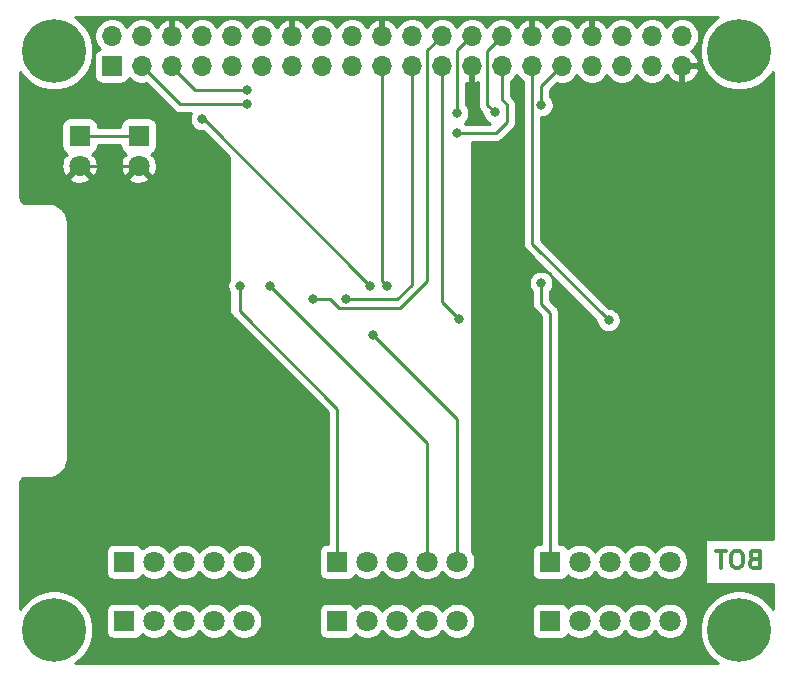
<source format=gbr>
%TF.GenerationSoftware,KiCad,Pcbnew,(5.1.10)-1*%
%TF.CreationDate,2021-12-08T13:53:17+01:00*%
%TF.ProjectId,shield_octo,73686965-6c64-45f6-9f63-746f2e6b6963,1*%
%TF.SameCoordinates,Original*%
%TF.FileFunction,Copper,L2,Bot*%
%TF.FilePolarity,Positive*%
%FSLAX46Y46*%
G04 Gerber Fmt 4.6, Leading zero omitted, Abs format (unit mm)*
G04 Created by KiCad (PCBNEW (5.1.10)-1) date 2021-12-08 13:53:17*
%MOMM*%
%LPD*%
G01*
G04 APERTURE LIST*
%TA.AperFunction,NonConductor*%
%ADD10C,0.300000*%
%TD*%
%TA.AperFunction,ComponentPad*%
%ADD11C,1.800000*%
%TD*%
%TA.AperFunction,ComponentPad*%
%ADD12R,1.800000X1.800000*%
%TD*%
%TA.AperFunction,ComponentPad*%
%ADD13O,1.700000X1.700000*%
%TD*%
%TA.AperFunction,ComponentPad*%
%ADD14R,1.700000X1.700000*%
%TD*%
%TA.AperFunction,ComponentPad*%
%ADD15C,5.400000*%
%TD*%
%TA.AperFunction,ViaPad*%
%ADD16C,0.800000*%
%TD*%
%TA.AperFunction,Conductor*%
%ADD17C,0.250000*%
%TD*%
%TA.AperFunction,Conductor*%
%ADD18C,0.254000*%
%TD*%
%TA.AperFunction,Conductor*%
%ADD19C,0.100000*%
%TD*%
G04 APERTURE END LIST*
D10*
X176764000Y-110509857D02*
X176549714Y-110581285D01*
X176478285Y-110652714D01*
X176406857Y-110795571D01*
X176406857Y-111009857D01*
X176478285Y-111152714D01*
X176549714Y-111224142D01*
X176692571Y-111295571D01*
X177264000Y-111295571D01*
X177264000Y-109795571D01*
X176764000Y-109795571D01*
X176621142Y-109867000D01*
X176549714Y-109938428D01*
X176478285Y-110081285D01*
X176478285Y-110224142D01*
X176549714Y-110367000D01*
X176621142Y-110438428D01*
X176764000Y-110509857D01*
X177264000Y-110509857D01*
X175478285Y-109795571D02*
X175192571Y-109795571D01*
X175049714Y-109867000D01*
X174906857Y-110009857D01*
X174835428Y-110295571D01*
X174835428Y-110795571D01*
X174906857Y-111081285D01*
X175049714Y-111224142D01*
X175192571Y-111295571D01*
X175478285Y-111295571D01*
X175621142Y-111224142D01*
X175764000Y-111081285D01*
X175835428Y-110795571D01*
X175835428Y-110295571D01*
X175764000Y-110009857D01*
X175621142Y-109867000D01*
X175478285Y-109795571D01*
X174406857Y-109795571D02*
X173549714Y-109795571D01*
X173978285Y-111295571D02*
X173978285Y-109795571D01*
D11*
%TO.P,X4,2*%
%TO.N,GND*%
X119668000Y-77208000D03*
D12*
%TO.P,X4,1*%
%TO.N,+5V*%
X124668000Y-74668000D03*
D11*
%TO.P,X4,2*%
%TO.N,GND*%
X124668000Y-77208000D03*
D12*
%TO.P,X4,1*%
%TO.N,+5V*%
X119668000Y-74668000D03*
%TD*%
%TO.P,X3,1*%
%TO.N,/COM3*%
X123444000Y-110744000D03*
D11*
%TO.P,X3,2*%
%TO.N,/DRV9*%
X125984000Y-110744000D03*
%TO.P,X3,3*%
%TO.N,/DRV10*%
X128524000Y-110744000D03*
%TO.P,X3,4*%
%TO.N,/DRV11*%
X131064000Y-110744000D03*
%TO.P,X3,5*%
%TO.N,/DRV12*%
X133604000Y-110744000D03*
X133604000Y-115744000D03*
%TO.P,X3,4*%
%TO.N,/DRV11*%
X131064000Y-115744000D03*
%TO.P,X3,3*%
%TO.N,/DRV10*%
X128524000Y-115744000D03*
%TO.P,X3,2*%
%TO.N,/DRV9*%
X125984000Y-115744000D03*
D12*
%TO.P,X3,1*%
%TO.N,/COM3*%
X123444000Y-115744000D03*
%TD*%
%TO.P,X2,1*%
%TO.N,/COM2*%
X141478000Y-110744000D03*
D11*
%TO.P,X2,2*%
%TO.N,/DRV5*%
X144018000Y-110744000D03*
%TO.P,X2,3*%
%TO.N,/DRV6*%
X146558000Y-110744000D03*
%TO.P,X2,4*%
%TO.N,/DRV7*%
X149098000Y-110744000D03*
%TO.P,X2,5*%
%TO.N,/DRV8*%
X151638000Y-110744000D03*
X151638000Y-115744000D03*
%TO.P,X2,4*%
%TO.N,/DRV7*%
X149098000Y-115744000D03*
%TO.P,X2,3*%
%TO.N,/DRV6*%
X146558000Y-115744000D03*
%TO.P,X2,2*%
%TO.N,/DRV5*%
X144018000Y-115744000D03*
D12*
%TO.P,X2,1*%
%TO.N,/COM2*%
X141478000Y-115744000D03*
%TD*%
%TO.P,X1,1*%
%TO.N,/COM1*%
X159500000Y-110744000D03*
D11*
%TO.P,X1,2*%
%TO.N,/DRV1*%
X162040000Y-110744000D03*
%TO.P,X1,3*%
%TO.N,/DRV2*%
X164580000Y-110744000D03*
%TO.P,X1,4*%
%TO.N,/DRV3*%
X167120000Y-110744000D03*
%TO.P,X1,5*%
%TO.N,/DRV4*%
X169660000Y-110744000D03*
X169660000Y-115744000D03*
%TO.P,X1,4*%
%TO.N,/DRV3*%
X167120000Y-115744000D03*
%TO.P,X1,3*%
%TO.N,/DRV2*%
X164580000Y-115744000D03*
%TO.P,X1,2*%
%TO.N,/DRV1*%
X162040000Y-115744000D03*
D12*
%TO.P,X1,1*%
%TO.N,/COM1*%
X159500000Y-115744000D03*
%TD*%
D13*
%TO.P,K1,40*%
%TO.N,Net-(K1-Pad40)*%
X170660000Y-66230000D03*
%TO.P,K1,39*%
%TO.N,GND*%
X170660000Y-68770000D03*
%TO.P,K1,38*%
%TO.N,Net-(K1-Pad38)*%
X168120000Y-66230000D03*
%TO.P,K1,37*%
%TO.N,Net-(K1-Pad37)*%
X168120000Y-68770000D03*
%TO.P,K1,36*%
%TO.N,Net-(K1-Pad36)*%
X165580000Y-66230000D03*
%TO.P,K1,35*%
%TO.N,Net-(K1-Pad35)*%
X165580000Y-68770000D03*
%TO.P,K1,34*%
%TO.N,GND*%
X163040000Y-66230000D03*
%TO.P,K1,33*%
%TO.N,Net-(K1-Pad33)*%
X163040000Y-68770000D03*
%TO.P,K1,32*%
%TO.N,Net-(K1-Pad32)*%
X160500000Y-66230000D03*
%TO.P,K1,31*%
%TO.N,/CMD7*%
X160500000Y-68770000D03*
%TO.P,K1,30*%
%TO.N,GND*%
X157960000Y-66230000D03*
%TO.P,K1,29*%
%TO.N,/CMD6*%
X157960000Y-68770000D03*
%TO.P,K1,28*%
%TO.N,/CMD2*%
X155420000Y-66230000D03*
%TO.P,K1,27*%
%TO.N,/CMD1*%
X155420000Y-68770000D03*
%TO.P,K1,26*%
%TO.N,/CMD8*%
X152880000Y-66230000D03*
%TO.P,K1,25*%
%TO.N,GND*%
X152880000Y-68770000D03*
%TO.P,K1,24*%
%TO.N,/CMD9*%
X150340000Y-66230000D03*
%TO.P,K1,23*%
%TO.N,/CMD12*%
X150340000Y-68770000D03*
%TO.P,K1,22*%
%TO.N,Net-(K1-Pad22)*%
X147800000Y-66230000D03*
%TO.P,K1,21*%
%TO.N,/CMD10*%
X147800000Y-68770000D03*
%TO.P,K1,20*%
%TO.N,GND*%
X145260000Y-66230000D03*
%TO.P,K1,19*%
%TO.N,/CMD11*%
X145260000Y-68770000D03*
%TO.P,K1,18*%
%TO.N,Net-(K1-Pad18)*%
X142720000Y-66230000D03*
%TO.P,K1,17*%
%TO.N,Net-(K1-Pad17)*%
X142720000Y-68770000D03*
%TO.P,K1,16*%
%TO.N,Net-(K1-Pad16)*%
X140180000Y-66230000D03*
%TO.P,K1,15*%
%TO.N,Net-(K1-Pad15)*%
X140180000Y-68770000D03*
%TO.P,K1,14*%
%TO.N,GND*%
X137640000Y-66230000D03*
%TO.P,K1,13*%
%TO.N,Net-(K1-Pad13)*%
X137640000Y-68770000D03*
%TO.P,K1,12*%
%TO.N,Net-(K1-Pad12)*%
X135100000Y-66230000D03*
%TO.P,K1,11*%
%TO.N,Net-(K1-Pad11)*%
X135100000Y-68770000D03*
%TO.P,K1,10*%
%TO.N,Net-(K1-Pad10)*%
X132560000Y-66230000D03*
%TO.P,K1,9*%
%TO.N,GND*%
X132560000Y-68770000D03*
%TO.P,K1,8*%
%TO.N,Net-(K1-Pad8)*%
X130020000Y-66230000D03*
%TO.P,K1,7*%
%TO.N,/CMD5*%
X130020000Y-68770000D03*
%TO.P,K1,6*%
%TO.N,GND*%
X127480000Y-66230000D03*
%TO.P,K1,5*%
%TO.N,/CMD4*%
X127480000Y-68770000D03*
%TO.P,K1,4*%
%TO.N,+5V*%
X124940000Y-66230000D03*
%TO.P,K1,3*%
%TO.N,/CMD3*%
X124940000Y-68770000D03*
%TO.P,K1,2*%
%TO.N,+5V*%
X122400000Y-66230000D03*
D14*
%TO.P,K1,1*%
%TO.N,Net-(K1-Pad1)*%
X122400000Y-68770000D03*
%TD*%
D15*
%TO.P,H4,1*%
%TO.N,N/C*%
X175500000Y-67500000D03*
%TD*%
%TO.P,H3,1*%
%TO.N,N/C*%
X117500000Y-116500000D03*
%TD*%
%TO.P,H2,1*%
%TO.N,N/C*%
X175500000Y-116500000D03*
%TD*%
%TO.P,H1,1*%
%TO.N,N/C*%
X117500000Y-67500000D03*
%TD*%
D16*
%TO.N,GND*%
X137500000Y-118500000D03*
X137500000Y-113000000D03*
X137500000Y-108000000D03*
X155500000Y-118500000D03*
X155500000Y-113000000D03*
X155500000Y-108000000D03*
X176000000Y-108000000D03*
X176000000Y-98000000D03*
X176022000Y-86868000D03*
X176000000Y-78000000D03*
X117000000Y-108000000D03*
X157000000Y-96500000D03*
X163500000Y-96500000D03*
X138000000Y-96500000D03*
X138049000Y-103378000D03*
X156972000Y-77470000D03*
X159258000Y-77470000D03*
X129540000Y-101600000D03*
X116967000Y-71374000D03*
X122301000Y-71374000D03*
X119634000Y-81153000D03*
X119634000Y-94615000D03*
X130048000Y-81153000D03*
X153035000Y-72771000D03*
%TO.N,/CMD7*%
X158763000Y-72086205D03*
%TO.N,/CMD6*%
X164465000Y-90297000D03*
%TO.N,/CMD2*%
X154806889Y-72707458D03*
%TO.N,/CMD1*%
X151637994Y-74422000D03*
%TO.N,/CMD8*%
X151638000Y-72771000D03*
%TO.N,/CMD9*%
X139446000Y-88519000D03*
%TO.N,/CMD12*%
X151765000Y-90170000D03*
%TO.N,/CMD10*%
X142240000Y-88519000D03*
%TO.N,/CMD11*%
X145669000Y-87376000D03*
%TO.N,/CMD5*%
X144272000Y-87376000D03*
X130048000Y-73279000D03*
%TO.N,/CMD4*%
X133832786Y-70811184D03*
%TO.N,/CMD3*%
X133858000Y-72009000D03*
%TO.N,/COM1*%
X158750000Y-87122000D03*
%TO.N,/COM2*%
X133223000Y-87376000D03*
%TO.N,/DRV7*%
X135763000Y-87376000D03*
%TO.N,/DRV8*%
X144526000Y-91567014D03*
%TD*%
D17*
%TO.N,GND*%
X119668000Y-77208000D02*
X124706000Y-77208000D01*
%TO.N,/CMD7*%
X158763000Y-70472000D02*
X158763000Y-72086205D01*
X160528000Y-68707000D02*
X158763000Y-70472000D01*
%TO.N,/CMD6*%
X157988000Y-83820000D02*
X164465000Y-90297000D01*
X157988000Y-68833000D02*
X157988000Y-83820000D01*
X157925000Y-68770000D02*
X157988000Y-68833000D01*
X157960000Y-68770000D02*
X157925000Y-68770000D01*
%TO.N,/CMD2*%
X154159001Y-67490999D02*
X154159001Y-72059570D01*
X155420000Y-66230000D02*
X154159001Y-67490999D01*
X154159001Y-72059570D02*
X154806889Y-72707458D01*
%TO.N,/CMD1*%
X154940000Y-74422000D02*
X151637994Y-74422000D01*
X155842003Y-73519997D02*
X154940000Y-74422000D01*
X155842003Y-72022003D02*
X155842003Y-73519997D01*
X155448000Y-71628000D02*
X155842003Y-72022003D01*
X155448000Y-69241002D02*
X155448000Y-71628000D01*
X155715001Y-68974001D02*
X155448000Y-69241002D01*
%TO.N,/CMD8*%
X151638000Y-72205315D02*
X151638000Y-72771000D01*
X151638000Y-67437000D02*
X151638000Y-72205315D01*
X152908000Y-66167000D02*
X151638000Y-67437000D01*
%TO.N,/CMD9*%
X140843000Y-88519000D02*
X139446000Y-88519000D01*
X141618001Y-89294001D02*
X140843000Y-88519000D01*
X146798999Y-89294001D02*
X141618001Y-89294001D01*
X149114999Y-86978001D02*
X146798999Y-89294001D01*
X149114999Y-67455001D02*
X149114999Y-86978001D01*
X150340000Y-66230000D02*
X149114999Y-67455001D01*
%TO.N,/CMD12*%
X150340000Y-68770000D02*
X150340000Y-88745000D01*
X150340000Y-88745000D02*
X151765000Y-90170000D01*
%TO.N,/CMD10*%
X147800000Y-68770000D02*
X147800000Y-87277000D01*
X146558000Y-88519000D02*
X142240000Y-88519000D01*
X147800000Y-87277000D02*
X146558000Y-88519000D01*
%TO.N,/CMD11*%
X145260000Y-86967000D02*
X145669000Y-87376000D01*
X145260000Y-68770000D02*
X145260000Y-86967000D01*
%TO.N,/CMD5*%
X130175000Y-73279000D02*
X130048000Y-73279000D01*
X144272000Y-87376000D02*
X130175000Y-73279000D01*
%TO.N,/CMD4*%
X127508000Y-68834000D02*
X129485184Y-70811184D01*
X133267101Y-70811184D02*
X133832786Y-70811184D01*
X129485184Y-70811184D02*
X133267101Y-70811184D01*
%TO.N,+5V*%
X119668000Y-74668000D02*
X124706000Y-74668000D01*
%TO.N,/CMD3*%
X124940000Y-68770000D02*
X128179000Y-72009000D01*
X128179000Y-72009000D02*
X133858000Y-72009000D01*
%TO.N,/COM1*%
X158750000Y-88900000D02*
X158750000Y-87122000D01*
X159512000Y-89662000D02*
X158750000Y-88900000D01*
X159512000Y-110744000D02*
X159512000Y-89662000D01*
%TO.N,/COM2*%
X141478000Y-97790000D02*
X141478000Y-110744000D01*
X133223000Y-89535000D02*
X141478000Y-97790000D01*
X133223000Y-87376000D02*
X133223000Y-89535000D01*
%TO.N,/DRV7*%
X135763000Y-87376000D02*
X149098000Y-100711000D01*
X149098000Y-100711000D02*
X149098000Y-110744000D01*
%TO.N,/DRV8*%
X151638000Y-98679014D02*
X144526000Y-91567014D01*
X151638000Y-110744000D02*
X151638000Y-98679014D01*
%TD*%
D18*
%TO.N,GND*%
X173374061Y-64909536D02*
X172909536Y-65374061D01*
X172544561Y-65920285D01*
X172293162Y-66527216D01*
X172165000Y-67171531D01*
X172165000Y-67828469D01*
X172293162Y-68472784D01*
X172544561Y-69079715D01*
X172909536Y-69625939D01*
X173374061Y-70090464D01*
X173920285Y-70455439D01*
X174527216Y-70706838D01*
X175171531Y-70835000D01*
X175828469Y-70835000D01*
X176472784Y-70706838D01*
X177079715Y-70455439D01*
X177625939Y-70090464D01*
X178090464Y-69625939D01*
X178340000Y-69252482D01*
X178340001Y-108827000D01*
X172621857Y-108827000D01*
X172621857Y-112647000D01*
X178340001Y-112647000D01*
X178340001Y-114747520D01*
X178090464Y-114374061D01*
X177625939Y-113909536D01*
X177079715Y-113544561D01*
X176472784Y-113293162D01*
X175828469Y-113165000D01*
X175171531Y-113165000D01*
X174527216Y-113293162D01*
X173920285Y-113544561D01*
X173374061Y-113909536D01*
X172909536Y-114374061D01*
X172544561Y-114920285D01*
X172293162Y-115527216D01*
X172165000Y-116171531D01*
X172165000Y-116828469D01*
X172293162Y-117472784D01*
X172544561Y-118079715D01*
X172909536Y-118625939D01*
X173374061Y-119090464D01*
X173747518Y-119340000D01*
X119252482Y-119340000D01*
X119625939Y-119090464D01*
X120090464Y-118625939D01*
X120455439Y-118079715D01*
X120706838Y-117472784D01*
X120835000Y-116828469D01*
X120835000Y-116171531D01*
X120706838Y-115527216D01*
X120455439Y-114920285D01*
X120404468Y-114844000D01*
X121905928Y-114844000D01*
X121905928Y-116644000D01*
X121918188Y-116768482D01*
X121954498Y-116888180D01*
X122013463Y-116998494D01*
X122092815Y-117095185D01*
X122189506Y-117174537D01*
X122299820Y-117233502D01*
X122419518Y-117269812D01*
X122544000Y-117282072D01*
X124344000Y-117282072D01*
X124468482Y-117269812D01*
X124588180Y-117233502D01*
X124698494Y-117174537D01*
X124795185Y-117095185D01*
X124874537Y-116998494D01*
X124933502Y-116888180D01*
X124939056Y-116869873D01*
X125005495Y-116936312D01*
X125256905Y-117104299D01*
X125536257Y-117220011D01*
X125832816Y-117279000D01*
X126135184Y-117279000D01*
X126431743Y-117220011D01*
X126711095Y-117104299D01*
X126962505Y-116936312D01*
X127176312Y-116722505D01*
X127254000Y-116606237D01*
X127331688Y-116722505D01*
X127545495Y-116936312D01*
X127796905Y-117104299D01*
X128076257Y-117220011D01*
X128372816Y-117279000D01*
X128675184Y-117279000D01*
X128971743Y-117220011D01*
X129251095Y-117104299D01*
X129502505Y-116936312D01*
X129716312Y-116722505D01*
X129794000Y-116606237D01*
X129871688Y-116722505D01*
X130085495Y-116936312D01*
X130336905Y-117104299D01*
X130616257Y-117220011D01*
X130912816Y-117279000D01*
X131215184Y-117279000D01*
X131511743Y-117220011D01*
X131791095Y-117104299D01*
X132042505Y-116936312D01*
X132256312Y-116722505D01*
X132334000Y-116606237D01*
X132411688Y-116722505D01*
X132625495Y-116936312D01*
X132876905Y-117104299D01*
X133156257Y-117220011D01*
X133452816Y-117279000D01*
X133755184Y-117279000D01*
X134051743Y-117220011D01*
X134331095Y-117104299D01*
X134582505Y-116936312D01*
X134796312Y-116722505D01*
X134964299Y-116471095D01*
X135080011Y-116191743D01*
X135139000Y-115895184D01*
X135139000Y-115592816D01*
X135080011Y-115296257D01*
X134964299Y-115016905D01*
X134848768Y-114844000D01*
X139939928Y-114844000D01*
X139939928Y-116644000D01*
X139952188Y-116768482D01*
X139988498Y-116888180D01*
X140047463Y-116998494D01*
X140126815Y-117095185D01*
X140223506Y-117174537D01*
X140333820Y-117233502D01*
X140453518Y-117269812D01*
X140578000Y-117282072D01*
X142378000Y-117282072D01*
X142502482Y-117269812D01*
X142622180Y-117233502D01*
X142732494Y-117174537D01*
X142829185Y-117095185D01*
X142908537Y-116998494D01*
X142967502Y-116888180D01*
X142973056Y-116869873D01*
X143039495Y-116936312D01*
X143290905Y-117104299D01*
X143570257Y-117220011D01*
X143866816Y-117279000D01*
X144169184Y-117279000D01*
X144465743Y-117220011D01*
X144745095Y-117104299D01*
X144996505Y-116936312D01*
X145210312Y-116722505D01*
X145288000Y-116606237D01*
X145365688Y-116722505D01*
X145579495Y-116936312D01*
X145830905Y-117104299D01*
X146110257Y-117220011D01*
X146406816Y-117279000D01*
X146709184Y-117279000D01*
X147005743Y-117220011D01*
X147285095Y-117104299D01*
X147536505Y-116936312D01*
X147750312Y-116722505D01*
X147828000Y-116606237D01*
X147905688Y-116722505D01*
X148119495Y-116936312D01*
X148370905Y-117104299D01*
X148650257Y-117220011D01*
X148946816Y-117279000D01*
X149249184Y-117279000D01*
X149545743Y-117220011D01*
X149825095Y-117104299D01*
X150076505Y-116936312D01*
X150290312Y-116722505D01*
X150368000Y-116606237D01*
X150445688Y-116722505D01*
X150659495Y-116936312D01*
X150910905Y-117104299D01*
X151190257Y-117220011D01*
X151486816Y-117279000D01*
X151789184Y-117279000D01*
X152085743Y-117220011D01*
X152365095Y-117104299D01*
X152616505Y-116936312D01*
X152830312Y-116722505D01*
X152998299Y-116471095D01*
X153114011Y-116191743D01*
X153173000Y-115895184D01*
X153173000Y-115592816D01*
X153114011Y-115296257D01*
X152998299Y-115016905D01*
X152882768Y-114844000D01*
X157961928Y-114844000D01*
X157961928Y-116644000D01*
X157974188Y-116768482D01*
X158010498Y-116888180D01*
X158069463Y-116998494D01*
X158148815Y-117095185D01*
X158245506Y-117174537D01*
X158355820Y-117233502D01*
X158475518Y-117269812D01*
X158600000Y-117282072D01*
X160400000Y-117282072D01*
X160524482Y-117269812D01*
X160644180Y-117233502D01*
X160754494Y-117174537D01*
X160851185Y-117095185D01*
X160930537Y-116998494D01*
X160989502Y-116888180D01*
X160995056Y-116869873D01*
X161061495Y-116936312D01*
X161312905Y-117104299D01*
X161592257Y-117220011D01*
X161888816Y-117279000D01*
X162191184Y-117279000D01*
X162487743Y-117220011D01*
X162767095Y-117104299D01*
X163018505Y-116936312D01*
X163232312Y-116722505D01*
X163310000Y-116606237D01*
X163387688Y-116722505D01*
X163601495Y-116936312D01*
X163852905Y-117104299D01*
X164132257Y-117220011D01*
X164428816Y-117279000D01*
X164731184Y-117279000D01*
X165027743Y-117220011D01*
X165307095Y-117104299D01*
X165558505Y-116936312D01*
X165772312Y-116722505D01*
X165850000Y-116606237D01*
X165927688Y-116722505D01*
X166141495Y-116936312D01*
X166392905Y-117104299D01*
X166672257Y-117220011D01*
X166968816Y-117279000D01*
X167271184Y-117279000D01*
X167567743Y-117220011D01*
X167847095Y-117104299D01*
X168098505Y-116936312D01*
X168312312Y-116722505D01*
X168390000Y-116606237D01*
X168467688Y-116722505D01*
X168681495Y-116936312D01*
X168932905Y-117104299D01*
X169212257Y-117220011D01*
X169508816Y-117279000D01*
X169811184Y-117279000D01*
X170107743Y-117220011D01*
X170387095Y-117104299D01*
X170638505Y-116936312D01*
X170852312Y-116722505D01*
X171020299Y-116471095D01*
X171136011Y-116191743D01*
X171195000Y-115895184D01*
X171195000Y-115592816D01*
X171136011Y-115296257D01*
X171020299Y-115016905D01*
X170852312Y-114765495D01*
X170638505Y-114551688D01*
X170387095Y-114383701D01*
X170107743Y-114267989D01*
X169811184Y-114209000D01*
X169508816Y-114209000D01*
X169212257Y-114267989D01*
X168932905Y-114383701D01*
X168681495Y-114551688D01*
X168467688Y-114765495D01*
X168390000Y-114881763D01*
X168312312Y-114765495D01*
X168098505Y-114551688D01*
X167847095Y-114383701D01*
X167567743Y-114267989D01*
X167271184Y-114209000D01*
X166968816Y-114209000D01*
X166672257Y-114267989D01*
X166392905Y-114383701D01*
X166141495Y-114551688D01*
X165927688Y-114765495D01*
X165850000Y-114881763D01*
X165772312Y-114765495D01*
X165558505Y-114551688D01*
X165307095Y-114383701D01*
X165027743Y-114267989D01*
X164731184Y-114209000D01*
X164428816Y-114209000D01*
X164132257Y-114267989D01*
X163852905Y-114383701D01*
X163601495Y-114551688D01*
X163387688Y-114765495D01*
X163310000Y-114881763D01*
X163232312Y-114765495D01*
X163018505Y-114551688D01*
X162767095Y-114383701D01*
X162487743Y-114267989D01*
X162191184Y-114209000D01*
X161888816Y-114209000D01*
X161592257Y-114267989D01*
X161312905Y-114383701D01*
X161061495Y-114551688D01*
X160995056Y-114618127D01*
X160989502Y-114599820D01*
X160930537Y-114489506D01*
X160851185Y-114392815D01*
X160754494Y-114313463D01*
X160644180Y-114254498D01*
X160524482Y-114218188D01*
X160400000Y-114205928D01*
X158600000Y-114205928D01*
X158475518Y-114218188D01*
X158355820Y-114254498D01*
X158245506Y-114313463D01*
X158148815Y-114392815D01*
X158069463Y-114489506D01*
X158010498Y-114599820D01*
X157974188Y-114719518D01*
X157961928Y-114844000D01*
X152882768Y-114844000D01*
X152830312Y-114765495D01*
X152616505Y-114551688D01*
X152365095Y-114383701D01*
X152085743Y-114267989D01*
X151789184Y-114209000D01*
X151486816Y-114209000D01*
X151190257Y-114267989D01*
X150910905Y-114383701D01*
X150659495Y-114551688D01*
X150445688Y-114765495D01*
X150368000Y-114881763D01*
X150290312Y-114765495D01*
X150076505Y-114551688D01*
X149825095Y-114383701D01*
X149545743Y-114267989D01*
X149249184Y-114209000D01*
X148946816Y-114209000D01*
X148650257Y-114267989D01*
X148370905Y-114383701D01*
X148119495Y-114551688D01*
X147905688Y-114765495D01*
X147828000Y-114881763D01*
X147750312Y-114765495D01*
X147536505Y-114551688D01*
X147285095Y-114383701D01*
X147005743Y-114267989D01*
X146709184Y-114209000D01*
X146406816Y-114209000D01*
X146110257Y-114267989D01*
X145830905Y-114383701D01*
X145579495Y-114551688D01*
X145365688Y-114765495D01*
X145288000Y-114881763D01*
X145210312Y-114765495D01*
X144996505Y-114551688D01*
X144745095Y-114383701D01*
X144465743Y-114267989D01*
X144169184Y-114209000D01*
X143866816Y-114209000D01*
X143570257Y-114267989D01*
X143290905Y-114383701D01*
X143039495Y-114551688D01*
X142973056Y-114618127D01*
X142967502Y-114599820D01*
X142908537Y-114489506D01*
X142829185Y-114392815D01*
X142732494Y-114313463D01*
X142622180Y-114254498D01*
X142502482Y-114218188D01*
X142378000Y-114205928D01*
X140578000Y-114205928D01*
X140453518Y-114218188D01*
X140333820Y-114254498D01*
X140223506Y-114313463D01*
X140126815Y-114392815D01*
X140047463Y-114489506D01*
X139988498Y-114599820D01*
X139952188Y-114719518D01*
X139939928Y-114844000D01*
X134848768Y-114844000D01*
X134796312Y-114765495D01*
X134582505Y-114551688D01*
X134331095Y-114383701D01*
X134051743Y-114267989D01*
X133755184Y-114209000D01*
X133452816Y-114209000D01*
X133156257Y-114267989D01*
X132876905Y-114383701D01*
X132625495Y-114551688D01*
X132411688Y-114765495D01*
X132334000Y-114881763D01*
X132256312Y-114765495D01*
X132042505Y-114551688D01*
X131791095Y-114383701D01*
X131511743Y-114267989D01*
X131215184Y-114209000D01*
X130912816Y-114209000D01*
X130616257Y-114267989D01*
X130336905Y-114383701D01*
X130085495Y-114551688D01*
X129871688Y-114765495D01*
X129794000Y-114881763D01*
X129716312Y-114765495D01*
X129502505Y-114551688D01*
X129251095Y-114383701D01*
X128971743Y-114267989D01*
X128675184Y-114209000D01*
X128372816Y-114209000D01*
X128076257Y-114267989D01*
X127796905Y-114383701D01*
X127545495Y-114551688D01*
X127331688Y-114765495D01*
X127254000Y-114881763D01*
X127176312Y-114765495D01*
X126962505Y-114551688D01*
X126711095Y-114383701D01*
X126431743Y-114267989D01*
X126135184Y-114209000D01*
X125832816Y-114209000D01*
X125536257Y-114267989D01*
X125256905Y-114383701D01*
X125005495Y-114551688D01*
X124939056Y-114618127D01*
X124933502Y-114599820D01*
X124874537Y-114489506D01*
X124795185Y-114392815D01*
X124698494Y-114313463D01*
X124588180Y-114254498D01*
X124468482Y-114218188D01*
X124344000Y-114205928D01*
X122544000Y-114205928D01*
X122419518Y-114218188D01*
X122299820Y-114254498D01*
X122189506Y-114313463D01*
X122092815Y-114392815D01*
X122013463Y-114489506D01*
X121954498Y-114599820D01*
X121918188Y-114719518D01*
X121905928Y-114844000D01*
X120404468Y-114844000D01*
X120090464Y-114374061D01*
X119625939Y-113909536D01*
X119079715Y-113544561D01*
X118472784Y-113293162D01*
X117828469Y-113165000D01*
X117171531Y-113165000D01*
X116527216Y-113293162D01*
X115920285Y-113544561D01*
X115374061Y-113909536D01*
X114909536Y-114374061D01*
X114660000Y-114747518D01*
X114660000Y-109844000D01*
X121905928Y-109844000D01*
X121905928Y-111644000D01*
X121918188Y-111768482D01*
X121954498Y-111888180D01*
X122013463Y-111998494D01*
X122092815Y-112095185D01*
X122189506Y-112174537D01*
X122299820Y-112233502D01*
X122419518Y-112269812D01*
X122544000Y-112282072D01*
X124344000Y-112282072D01*
X124468482Y-112269812D01*
X124588180Y-112233502D01*
X124698494Y-112174537D01*
X124795185Y-112095185D01*
X124874537Y-111998494D01*
X124933502Y-111888180D01*
X124939056Y-111869873D01*
X125005495Y-111936312D01*
X125256905Y-112104299D01*
X125536257Y-112220011D01*
X125832816Y-112279000D01*
X126135184Y-112279000D01*
X126431743Y-112220011D01*
X126711095Y-112104299D01*
X126962505Y-111936312D01*
X127176312Y-111722505D01*
X127254000Y-111606237D01*
X127331688Y-111722505D01*
X127545495Y-111936312D01*
X127796905Y-112104299D01*
X128076257Y-112220011D01*
X128372816Y-112279000D01*
X128675184Y-112279000D01*
X128971743Y-112220011D01*
X129251095Y-112104299D01*
X129502505Y-111936312D01*
X129716312Y-111722505D01*
X129794000Y-111606237D01*
X129871688Y-111722505D01*
X130085495Y-111936312D01*
X130336905Y-112104299D01*
X130616257Y-112220011D01*
X130912816Y-112279000D01*
X131215184Y-112279000D01*
X131511743Y-112220011D01*
X131791095Y-112104299D01*
X132042505Y-111936312D01*
X132256312Y-111722505D01*
X132334000Y-111606237D01*
X132411688Y-111722505D01*
X132625495Y-111936312D01*
X132876905Y-112104299D01*
X133156257Y-112220011D01*
X133452816Y-112279000D01*
X133755184Y-112279000D01*
X134051743Y-112220011D01*
X134331095Y-112104299D01*
X134582505Y-111936312D01*
X134796312Y-111722505D01*
X134964299Y-111471095D01*
X135080011Y-111191743D01*
X135139000Y-110895184D01*
X135139000Y-110592816D01*
X135080011Y-110296257D01*
X134964299Y-110016905D01*
X134796312Y-109765495D01*
X134582505Y-109551688D01*
X134331095Y-109383701D01*
X134051743Y-109267989D01*
X133755184Y-109209000D01*
X133452816Y-109209000D01*
X133156257Y-109267989D01*
X132876905Y-109383701D01*
X132625495Y-109551688D01*
X132411688Y-109765495D01*
X132334000Y-109881763D01*
X132256312Y-109765495D01*
X132042505Y-109551688D01*
X131791095Y-109383701D01*
X131511743Y-109267989D01*
X131215184Y-109209000D01*
X130912816Y-109209000D01*
X130616257Y-109267989D01*
X130336905Y-109383701D01*
X130085495Y-109551688D01*
X129871688Y-109765495D01*
X129794000Y-109881763D01*
X129716312Y-109765495D01*
X129502505Y-109551688D01*
X129251095Y-109383701D01*
X128971743Y-109267989D01*
X128675184Y-109209000D01*
X128372816Y-109209000D01*
X128076257Y-109267989D01*
X127796905Y-109383701D01*
X127545495Y-109551688D01*
X127331688Y-109765495D01*
X127254000Y-109881763D01*
X127176312Y-109765495D01*
X126962505Y-109551688D01*
X126711095Y-109383701D01*
X126431743Y-109267989D01*
X126135184Y-109209000D01*
X125832816Y-109209000D01*
X125536257Y-109267989D01*
X125256905Y-109383701D01*
X125005495Y-109551688D01*
X124939056Y-109618127D01*
X124933502Y-109599820D01*
X124874537Y-109489506D01*
X124795185Y-109392815D01*
X124698494Y-109313463D01*
X124588180Y-109254498D01*
X124468482Y-109218188D01*
X124344000Y-109205928D01*
X122544000Y-109205928D01*
X122419518Y-109218188D01*
X122299820Y-109254498D01*
X122189506Y-109313463D01*
X122092815Y-109392815D01*
X122013463Y-109489506D01*
X121954498Y-109599820D01*
X121918188Y-109719518D01*
X121905928Y-109844000D01*
X114660000Y-109844000D01*
X114660000Y-104032279D01*
X114669580Y-103934576D01*
X114688580Y-103871644D01*
X114719445Y-103813595D01*
X114760989Y-103762657D01*
X114811644Y-103720752D01*
X114869471Y-103689485D01*
X114932272Y-103670044D01*
X115027835Y-103660000D01*
X117032419Y-103660000D01*
X117060674Y-103657217D01*
X117066801Y-103657260D01*
X117075972Y-103656360D01*
X117270069Y-103635959D01*
X117328658Y-103623932D01*
X117387423Y-103612723D01*
X117396245Y-103610059D01*
X117582683Y-103552347D01*
X117637838Y-103529162D01*
X117693291Y-103506758D01*
X117701427Y-103502432D01*
X117873104Y-103409607D01*
X117922699Y-103376154D01*
X117972753Y-103343400D01*
X117979894Y-103337576D01*
X118130272Y-103213172D01*
X118172411Y-103170737D01*
X118215161Y-103128874D01*
X118221034Y-103121773D01*
X118344384Y-102970531D01*
X118377477Y-102920723D01*
X118411284Y-102871349D01*
X118415667Y-102863243D01*
X118507292Y-102690920D01*
X118530090Y-102635608D01*
X118553652Y-102580634D01*
X118556377Y-102571831D01*
X118612786Y-102384994D01*
X118624405Y-102326314D01*
X118636842Y-102267804D01*
X118637805Y-102258639D01*
X118656850Y-102064406D01*
X118656850Y-102064402D01*
X118660000Y-102032419D01*
X118660000Y-81967581D01*
X118657217Y-81939326D01*
X118657260Y-81933199D01*
X118656360Y-81924028D01*
X118635959Y-81729931D01*
X118623934Y-81671348D01*
X118612723Y-81612577D01*
X118610059Y-81603755D01*
X118552347Y-81417317D01*
X118529162Y-81362162D01*
X118506758Y-81306709D01*
X118502432Y-81298573D01*
X118409607Y-81126896D01*
X118376139Y-81077278D01*
X118343400Y-81027247D01*
X118337576Y-81020106D01*
X118213172Y-80869728D01*
X118170737Y-80827589D01*
X118128874Y-80784839D01*
X118121773Y-80778966D01*
X117970531Y-80655616D01*
X117920738Y-80622534D01*
X117871349Y-80588716D01*
X117863243Y-80584333D01*
X117690921Y-80492708D01*
X117635606Y-80469909D01*
X117580634Y-80446348D01*
X117571831Y-80443623D01*
X117384995Y-80387214D01*
X117326307Y-80375594D01*
X117267804Y-80363158D01*
X117258639Y-80362195D01*
X117064405Y-80343150D01*
X117064402Y-80343150D01*
X117032419Y-80340000D01*
X115032279Y-80340000D01*
X114934576Y-80330420D01*
X114871643Y-80311420D01*
X114813594Y-80280554D01*
X114762657Y-80239011D01*
X114720752Y-80188356D01*
X114689485Y-80130529D01*
X114670044Y-80067728D01*
X114660000Y-79972165D01*
X114660000Y-78272080D01*
X118783525Y-78272080D01*
X118867208Y-78526261D01*
X119139775Y-78657158D01*
X119432642Y-78732365D01*
X119734553Y-78748991D01*
X120033907Y-78706397D01*
X120319199Y-78606222D01*
X120468792Y-78526261D01*
X120552475Y-78272080D01*
X123783525Y-78272080D01*
X123867208Y-78526261D01*
X124139775Y-78657158D01*
X124432642Y-78732365D01*
X124734553Y-78748991D01*
X125033907Y-78706397D01*
X125319199Y-78606222D01*
X125468792Y-78526261D01*
X125552475Y-78272080D01*
X124668000Y-77387605D01*
X123783525Y-78272080D01*
X120552475Y-78272080D01*
X119668000Y-77387605D01*
X118783525Y-78272080D01*
X114660000Y-78272080D01*
X114660000Y-77274553D01*
X118127009Y-77274553D01*
X118169603Y-77573907D01*
X118269778Y-77859199D01*
X118349739Y-78008792D01*
X118603920Y-78092475D01*
X119488395Y-77208000D01*
X119474253Y-77193858D01*
X119653858Y-77014253D01*
X119668000Y-77028395D01*
X119682143Y-77014253D01*
X119861748Y-77193858D01*
X119847605Y-77208000D01*
X120732080Y-78092475D01*
X120986261Y-78008792D01*
X121117158Y-77736225D01*
X121192365Y-77443358D01*
X121208991Y-77141447D01*
X121166397Y-76842093D01*
X121066222Y-76556801D01*
X120986261Y-76407208D01*
X120732082Y-76323526D01*
X120848030Y-76207578D01*
X120801265Y-76160813D01*
X120812180Y-76157502D01*
X120922494Y-76098537D01*
X121019185Y-76019185D01*
X121098537Y-75922494D01*
X121157502Y-75812180D01*
X121193812Y-75692482D01*
X121206072Y-75568000D01*
X121206072Y-75428000D01*
X123129928Y-75428000D01*
X123129928Y-75568000D01*
X123142188Y-75692482D01*
X123178498Y-75812180D01*
X123237463Y-75922494D01*
X123316815Y-76019185D01*
X123413506Y-76098537D01*
X123523820Y-76157502D01*
X123534735Y-76160813D01*
X123487970Y-76207578D01*
X123603918Y-76323526D01*
X123349739Y-76407208D01*
X123218842Y-76679775D01*
X123143635Y-76972642D01*
X123127009Y-77274553D01*
X123169603Y-77573907D01*
X123269778Y-77859199D01*
X123349739Y-78008792D01*
X123603920Y-78092475D01*
X124488395Y-77208000D01*
X124474253Y-77193858D01*
X124653858Y-77014253D01*
X124668000Y-77028395D01*
X124682143Y-77014253D01*
X124861748Y-77193858D01*
X124847605Y-77208000D01*
X125732080Y-78092475D01*
X125986261Y-78008792D01*
X126117158Y-77736225D01*
X126192365Y-77443358D01*
X126208991Y-77141447D01*
X126166397Y-76842093D01*
X126066222Y-76556801D01*
X125986261Y-76407208D01*
X125732082Y-76323526D01*
X125848030Y-76207578D01*
X125801265Y-76160813D01*
X125812180Y-76157502D01*
X125922494Y-76098537D01*
X126019185Y-76019185D01*
X126098537Y-75922494D01*
X126157502Y-75812180D01*
X126193812Y-75692482D01*
X126206072Y-75568000D01*
X126206072Y-73768000D01*
X126193812Y-73643518D01*
X126157502Y-73523820D01*
X126098537Y-73413506D01*
X126019185Y-73316815D01*
X125922494Y-73237463D01*
X125812180Y-73178498D01*
X125692482Y-73142188D01*
X125568000Y-73129928D01*
X123768000Y-73129928D01*
X123643518Y-73142188D01*
X123523820Y-73178498D01*
X123413506Y-73237463D01*
X123316815Y-73316815D01*
X123237463Y-73413506D01*
X123178498Y-73523820D01*
X123142188Y-73643518D01*
X123129928Y-73768000D01*
X123129928Y-73908000D01*
X121206072Y-73908000D01*
X121206072Y-73768000D01*
X121193812Y-73643518D01*
X121157502Y-73523820D01*
X121098537Y-73413506D01*
X121019185Y-73316815D01*
X120922494Y-73237463D01*
X120812180Y-73178498D01*
X120692482Y-73142188D01*
X120568000Y-73129928D01*
X118768000Y-73129928D01*
X118643518Y-73142188D01*
X118523820Y-73178498D01*
X118413506Y-73237463D01*
X118316815Y-73316815D01*
X118237463Y-73413506D01*
X118178498Y-73523820D01*
X118142188Y-73643518D01*
X118129928Y-73768000D01*
X118129928Y-75568000D01*
X118142188Y-75692482D01*
X118178498Y-75812180D01*
X118237463Y-75922494D01*
X118316815Y-76019185D01*
X118413506Y-76098537D01*
X118523820Y-76157502D01*
X118534735Y-76160813D01*
X118487970Y-76207578D01*
X118603918Y-76323526D01*
X118349739Y-76407208D01*
X118218842Y-76679775D01*
X118143635Y-76972642D01*
X118127009Y-77274553D01*
X114660000Y-77274553D01*
X114660000Y-69252482D01*
X114909536Y-69625939D01*
X115374061Y-70090464D01*
X115920285Y-70455439D01*
X116527216Y-70706838D01*
X117171531Y-70835000D01*
X117828469Y-70835000D01*
X118472784Y-70706838D01*
X119079715Y-70455439D01*
X119625939Y-70090464D01*
X120090464Y-69625939D01*
X120455439Y-69079715D01*
X120706838Y-68472784D01*
X120816793Y-67920000D01*
X120911928Y-67920000D01*
X120911928Y-69620000D01*
X120924188Y-69744482D01*
X120960498Y-69864180D01*
X121019463Y-69974494D01*
X121098815Y-70071185D01*
X121195506Y-70150537D01*
X121305820Y-70209502D01*
X121425518Y-70245812D01*
X121550000Y-70258072D01*
X123250000Y-70258072D01*
X123374482Y-70245812D01*
X123494180Y-70209502D01*
X123604494Y-70150537D01*
X123701185Y-70071185D01*
X123780537Y-69974494D01*
X123839502Y-69864180D01*
X123861513Y-69791620D01*
X123993368Y-69923475D01*
X124236589Y-70085990D01*
X124506842Y-70197932D01*
X124793740Y-70255000D01*
X125086260Y-70255000D01*
X125306408Y-70211209D01*
X127615201Y-72520003D01*
X127638999Y-72549001D01*
X127754724Y-72643974D01*
X127886753Y-72714546D01*
X128030014Y-72758003D01*
X128141667Y-72769000D01*
X128141675Y-72769000D01*
X128179000Y-72772676D01*
X128216325Y-72769000D01*
X129143987Y-72769000D01*
X129130795Y-72788744D01*
X129052774Y-72977102D01*
X129013000Y-73177061D01*
X129013000Y-73380939D01*
X129052774Y-73580898D01*
X129130795Y-73769256D01*
X129244063Y-73938774D01*
X129388226Y-74082937D01*
X129557744Y-74196205D01*
X129746102Y-74274226D01*
X129946061Y-74314000D01*
X130135199Y-74314000D01*
X132334000Y-76512801D01*
X132334000Y-86843532D01*
X132305795Y-86885744D01*
X132227774Y-87074102D01*
X132188000Y-87274061D01*
X132188000Y-87477939D01*
X132227774Y-87677898D01*
X132305795Y-87866256D01*
X132334000Y-87908468D01*
X132334000Y-89598500D01*
X132337771Y-89629216D01*
X132346131Y-89652667D01*
X132358905Y-89674036D01*
X132375604Y-89692502D01*
X132514992Y-89819129D01*
X132517454Y-89827246D01*
X132588026Y-89959276D01*
X132638693Y-90021013D01*
X132683000Y-90075001D01*
X132711998Y-90098799D01*
X140718000Y-98104802D01*
X140718001Y-109205928D01*
X140578000Y-109205928D01*
X140453518Y-109218188D01*
X140333820Y-109254498D01*
X140223506Y-109313463D01*
X140126815Y-109392815D01*
X140047463Y-109489506D01*
X139988498Y-109599820D01*
X139952188Y-109719518D01*
X139939928Y-109844000D01*
X139939928Y-111644000D01*
X139952188Y-111768482D01*
X139988498Y-111888180D01*
X140047463Y-111998494D01*
X140126815Y-112095185D01*
X140223506Y-112174537D01*
X140333820Y-112233502D01*
X140453518Y-112269812D01*
X140578000Y-112282072D01*
X142378000Y-112282072D01*
X142502482Y-112269812D01*
X142622180Y-112233502D01*
X142732494Y-112174537D01*
X142829185Y-112095185D01*
X142908537Y-111998494D01*
X142967502Y-111888180D01*
X142973056Y-111869873D01*
X143039495Y-111936312D01*
X143290905Y-112104299D01*
X143570257Y-112220011D01*
X143866816Y-112279000D01*
X144169184Y-112279000D01*
X144465743Y-112220011D01*
X144745095Y-112104299D01*
X144996505Y-111936312D01*
X145210312Y-111722505D01*
X145288000Y-111606237D01*
X145365688Y-111722505D01*
X145579495Y-111936312D01*
X145830905Y-112104299D01*
X146110257Y-112220011D01*
X146406816Y-112279000D01*
X146709184Y-112279000D01*
X147005743Y-112220011D01*
X147285095Y-112104299D01*
X147536505Y-111936312D01*
X147750312Y-111722505D01*
X147828000Y-111606237D01*
X147905688Y-111722505D01*
X148119495Y-111936312D01*
X148370905Y-112104299D01*
X148650257Y-112220011D01*
X148946816Y-112279000D01*
X149249184Y-112279000D01*
X149545743Y-112220011D01*
X149825095Y-112104299D01*
X150076505Y-111936312D01*
X150290312Y-111722505D01*
X150368000Y-111606237D01*
X150445688Y-111722505D01*
X150659495Y-111936312D01*
X150910905Y-112104299D01*
X151190257Y-112220011D01*
X151486816Y-112279000D01*
X151789184Y-112279000D01*
X152085743Y-112220011D01*
X152365095Y-112104299D01*
X152616505Y-111936312D01*
X152830312Y-111722505D01*
X152998299Y-111471095D01*
X153114011Y-111191743D01*
X153173000Y-110895184D01*
X153173000Y-110592816D01*
X153114011Y-110296257D01*
X152998299Y-110016905D01*
X152908000Y-109881763D01*
X152908000Y-87020061D01*
X157715000Y-87020061D01*
X157715000Y-87223939D01*
X157754774Y-87423898D01*
X157832795Y-87612256D01*
X157946063Y-87781774D01*
X157990001Y-87825712D01*
X157990000Y-88862677D01*
X157986324Y-88900000D01*
X157990000Y-88937322D01*
X157990000Y-88937332D01*
X158000997Y-89048985D01*
X158032845Y-89153974D01*
X158044454Y-89192246D01*
X158115026Y-89324276D01*
X158149320Y-89366063D01*
X158209999Y-89440001D01*
X158239002Y-89463803D01*
X158752001Y-89976803D01*
X158752000Y-109205928D01*
X158600000Y-109205928D01*
X158475518Y-109218188D01*
X158355820Y-109254498D01*
X158245506Y-109313463D01*
X158148815Y-109392815D01*
X158069463Y-109489506D01*
X158010498Y-109599820D01*
X157974188Y-109719518D01*
X157961928Y-109844000D01*
X157961928Y-111644000D01*
X157974188Y-111768482D01*
X158010498Y-111888180D01*
X158069463Y-111998494D01*
X158148815Y-112095185D01*
X158245506Y-112174537D01*
X158355820Y-112233502D01*
X158475518Y-112269812D01*
X158600000Y-112282072D01*
X160400000Y-112282072D01*
X160524482Y-112269812D01*
X160644180Y-112233502D01*
X160754494Y-112174537D01*
X160851185Y-112095185D01*
X160930537Y-111998494D01*
X160989502Y-111888180D01*
X160995056Y-111869873D01*
X161061495Y-111936312D01*
X161312905Y-112104299D01*
X161592257Y-112220011D01*
X161888816Y-112279000D01*
X162191184Y-112279000D01*
X162487743Y-112220011D01*
X162767095Y-112104299D01*
X163018505Y-111936312D01*
X163232312Y-111722505D01*
X163310000Y-111606237D01*
X163387688Y-111722505D01*
X163601495Y-111936312D01*
X163852905Y-112104299D01*
X164132257Y-112220011D01*
X164428816Y-112279000D01*
X164731184Y-112279000D01*
X165027743Y-112220011D01*
X165307095Y-112104299D01*
X165558505Y-111936312D01*
X165772312Y-111722505D01*
X165850000Y-111606237D01*
X165927688Y-111722505D01*
X166141495Y-111936312D01*
X166392905Y-112104299D01*
X166672257Y-112220011D01*
X166968816Y-112279000D01*
X167271184Y-112279000D01*
X167567743Y-112220011D01*
X167847095Y-112104299D01*
X168098505Y-111936312D01*
X168312312Y-111722505D01*
X168390000Y-111606237D01*
X168467688Y-111722505D01*
X168681495Y-111936312D01*
X168932905Y-112104299D01*
X169212257Y-112220011D01*
X169508816Y-112279000D01*
X169811184Y-112279000D01*
X170107743Y-112220011D01*
X170387095Y-112104299D01*
X170638505Y-111936312D01*
X170852312Y-111722505D01*
X171020299Y-111471095D01*
X171136011Y-111191743D01*
X171195000Y-110895184D01*
X171195000Y-110592816D01*
X171136011Y-110296257D01*
X171020299Y-110016905D01*
X170852312Y-109765495D01*
X170638505Y-109551688D01*
X170387095Y-109383701D01*
X170107743Y-109267989D01*
X169811184Y-109209000D01*
X169508816Y-109209000D01*
X169212257Y-109267989D01*
X168932905Y-109383701D01*
X168681495Y-109551688D01*
X168467688Y-109765495D01*
X168390000Y-109881763D01*
X168312312Y-109765495D01*
X168098505Y-109551688D01*
X167847095Y-109383701D01*
X167567743Y-109267989D01*
X167271184Y-109209000D01*
X166968816Y-109209000D01*
X166672257Y-109267989D01*
X166392905Y-109383701D01*
X166141495Y-109551688D01*
X165927688Y-109765495D01*
X165850000Y-109881763D01*
X165772312Y-109765495D01*
X165558505Y-109551688D01*
X165307095Y-109383701D01*
X165027743Y-109267989D01*
X164731184Y-109209000D01*
X164428816Y-109209000D01*
X164132257Y-109267989D01*
X163852905Y-109383701D01*
X163601495Y-109551688D01*
X163387688Y-109765495D01*
X163310000Y-109881763D01*
X163232312Y-109765495D01*
X163018505Y-109551688D01*
X162767095Y-109383701D01*
X162487743Y-109267989D01*
X162191184Y-109209000D01*
X161888816Y-109209000D01*
X161592257Y-109267989D01*
X161312905Y-109383701D01*
X161061495Y-109551688D01*
X160995056Y-109618127D01*
X160989502Y-109599820D01*
X160930537Y-109489506D01*
X160851185Y-109392815D01*
X160754494Y-109313463D01*
X160644180Y-109254498D01*
X160524482Y-109218188D01*
X160400000Y-109205928D01*
X160272000Y-109205928D01*
X160272000Y-89699325D01*
X160275676Y-89662000D01*
X160272000Y-89624675D01*
X160272000Y-89624667D01*
X160261003Y-89513014D01*
X160217546Y-89369753D01*
X160146974Y-89237724D01*
X160052001Y-89121999D01*
X160023002Y-89098201D01*
X159510000Y-88585199D01*
X159510000Y-87825711D01*
X159553937Y-87781774D01*
X159667205Y-87612256D01*
X159745226Y-87423898D01*
X159785000Y-87223939D01*
X159785000Y-87020061D01*
X159745226Y-86820102D01*
X159667205Y-86631744D01*
X159553937Y-86462226D01*
X159409774Y-86318063D01*
X159240256Y-86204795D01*
X159051898Y-86126774D01*
X158851939Y-86087000D01*
X158648061Y-86087000D01*
X158448102Y-86126774D01*
X158259744Y-86204795D01*
X158090226Y-86318063D01*
X157946063Y-86462226D01*
X157832795Y-86631744D01*
X157754774Y-86820102D01*
X157715000Y-87020061D01*
X152908000Y-87020061D01*
X152908000Y-75182000D01*
X154902678Y-75182000D01*
X154940000Y-75185676D01*
X154977322Y-75182000D01*
X154977333Y-75182000D01*
X155088986Y-75171003D01*
X155232247Y-75127546D01*
X155364276Y-75056974D01*
X155480001Y-74962001D01*
X155503803Y-74932998D01*
X156353006Y-74083796D01*
X156382004Y-74059998D01*
X156443926Y-73984546D01*
X156476977Y-73944274D01*
X156547549Y-73812244D01*
X156554296Y-73790002D01*
X156591006Y-73668983D01*
X156602003Y-73557330D01*
X156602003Y-73557320D01*
X156605679Y-73519997D01*
X156602003Y-73482674D01*
X156602003Y-72059325D01*
X156605679Y-72022002D01*
X156602003Y-71984679D01*
X156602003Y-71984670D01*
X156591006Y-71873017D01*
X156547549Y-71729756D01*
X156476977Y-71597727D01*
X156382004Y-71482002D01*
X156353006Y-71458204D01*
X156208000Y-71313198D01*
X156208000Y-70029469D01*
X156366632Y-69923475D01*
X156573475Y-69716632D01*
X156690000Y-69542240D01*
X156806525Y-69716632D01*
X157013368Y-69923475D01*
X157228000Y-70066888D01*
X157228001Y-83782667D01*
X157224324Y-83820000D01*
X157238998Y-83968985D01*
X157282454Y-84112246D01*
X157353026Y-84244276D01*
X157424201Y-84331002D01*
X157448000Y-84360001D01*
X157476998Y-84383799D01*
X163430000Y-90336802D01*
X163430000Y-90398939D01*
X163469774Y-90598898D01*
X163547795Y-90787256D01*
X163661063Y-90956774D01*
X163805226Y-91100937D01*
X163974744Y-91214205D01*
X164163102Y-91292226D01*
X164363061Y-91332000D01*
X164566939Y-91332000D01*
X164766898Y-91292226D01*
X164955256Y-91214205D01*
X165124774Y-91100937D01*
X165268937Y-90956774D01*
X165382205Y-90787256D01*
X165460226Y-90598898D01*
X165500000Y-90398939D01*
X165500000Y-90195061D01*
X165460226Y-89995102D01*
X165382205Y-89806744D01*
X165268937Y-89637226D01*
X165124774Y-89493063D01*
X164955256Y-89379795D01*
X164766898Y-89301774D01*
X164566939Y-89262000D01*
X164504802Y-89262000D01*
X158748000Y-83505199D01*
X158748000Y-73121205D01*
X158864939Y-73121205D01*
X159064898Y-73081431D01*
X159253256Y-73003410D01*
X159422774Y-72890142D01*
X159566937Y-72745979D01*
X159680205Y-72576461D01*
X159758226Y-72388103D01*
X159798000Y-72188144D01*
X159798000Y-71984266D01*
X159758226Y-71784307D01*
X159680205Y-71595949D01*
X159566937Y-71426431D01*
X159523000Y-71382494D01*
X159523000Y-70786801D01*
X160104399Y-70205403D01*
X160353740Y-70255000D01*
X160646260Y-70255000D01*
X160933158Y-70197932D01*
X161203411Y-70085990D01*
X161446632Y-69923475D01*
X161653475Y-69716632D01*
X161770000Y-69542240D01*
X161886525Y-69716632D01*
X162093368Y-69923475D01*
X162336589Y-70085990D01*
X162606842Y-70197932D01*
X162893740Y-70255000D01*
X163186260Y-70255000D01*
X163473158Y-70197932D01*
X163743411Y-70085990D01*
X163986632Y-69923475D01*
X164193475Y-69716632D01*
X164310000Y-69542240D01*
X164426525Y-69716632D01*
X164633368Y-69923475D01*
X164876589Y-70085990D01*
X165146842Y-70197932D01*
X165433740Y-70255000D01*
X165726260Y-70255000D01*
X166013158Y-70197932D01*
X166283411Y-70085990D01*
X166526632Y-69923475D01*
X166733475Y-69716632D01*
X166850000Y-69542240D01*
X166966525Y-69716632D01*
X167173368Y-69923475D01*
X167416589Y-70085990D01*
X167686842Y-70197932D01*
X167973740Y-70255000D01*
X168266260Y-70255000D01*
X168553158Y-70197932D01*
X168823411Y-70085990D01*
X169066632Y-69923475D01*
X169273475Y-69716632D01*
X169395195Y-69534466D01*
X169464822Y-69651355D01*
X169659731Y-69867588D01*
X169893080Y-70041641D01*
X170155901Y-70166825D01*
X170303110Y-70211476D01*
X170533000Y-70090155D01*
X170533000Y-68897000D01*
X170787000Y-68897000D01*
X170787000Y-70090155D01*
X171016890Y-70211476D01*
X171164099Y-70166825D01*
X171426920Y-70041641D01*
X171660269Y-69867588D01*
X171855178Y-69651355D01*
X172004157Y-69401252D01*
X172101481Y-69126891D01*
X171980814Y-68897000D01*
X170787000Y-68897000D01*
X170533000Y-68897000D01*
X170513000Y-68897000D01*
X170513000Y-68643000D01*
X170533000Y-68643000D01*
X170533000Y-68623000D01*
X170787000Y-68623000D01*
X170787000Y-68643000D01*
X171980814Y-68643000D01*
X172101481Y-68413109D01*
X172004157Y-68138748D01*
X171855178Y-67888645D01*
X171660269Y-67672412D01*
X171430594Y-67501100D01*
X171606632Y-67383475D01*
X171813475Y-67176632D01*
X171975990Y-66933411D01*
X172087932Y-66663158D01*
X172145000Y-66376260D01*
X172145000Y-66083740D01*
X172087932Y-65796842D01*
X171975990Y-65526589D01*
X171813475Y-65283368D01*
X171606632Y-65076525D01*
X171363411Y-64914010D01*
X171093158Y-64802068D01*
X170806260Y-64745000D01*
X170513740Y-64745000D01*
X170226842Y-64802068D01*
X169956589Y-64914010D01*
X169713368Y-65076525D01*
X169506525Y-65283368D01*
X169390000Y-65457760D01*
X169273475Y-65283368D01*
X169066632Y-65076525D01*
X168823411Y-64914010D01*
X168553158Y-64802068D01*
X168266260Y-64745000D01*
X167973740Y-64745000D01*
X167686842Y-64802068D01*
X167416589Y-64914010D01*
X167173368Y-65076525D01*
X166966525Y-65283368D01*
X166850000Y-65457760D01*
X166733475Y-65283368D01*
X166526632Y-65076525D01*
X166283411Y-64914010D01*
X166013158Y-64802068D01*
X165726260Y-64745000D01*
X165433740Y-64745000D01*
X165146842Y-64802068D01*
X164876589Y-64914010D01*
X164633368Y-65076525D01*
X164426525Y-65283368D01*
X164304805Y-65465534D01*
X164235178Y-65348645D01*
X164040269Y-65132412D01*
X163806920Y-64958359D01*
X163544099Y-64833175D01*
X163396890Y-64788524D01*
X163167000Y-64909845D01*
X163167000Y-66103000D01*
X163187000Y-66103000D01*
X163187000Y-66357000D01*
X163167000Y-66357000D01*
X163167000Y-66377000D01*
X162913000Y-66377000D01*
X162913000Y-66357000D01*
X162893000Y-66357000D01*
X162893000Y-66103000D01*
X162913000Y-66103000D01*
X162913000Y-64909845D01*
X162683110Y-64788524D01*
X162535901Y-64833175D01*
X162273080Y-64958359D01*
X162039731Y-65132412D01*
X161844822Y-65348645D01*
X161775195Y-65465534D01*
X161653475Y-65283368D01*
X161446632Y-65076525D01*
X161203411Y-64914010D01*
X160933158Y-64802068D01*
X160646260Y-64745000D01*
X160353740Y-64745000D01*
X160066842Y-64802068D01*
X159796589Y-64914010D01*
X159553368Y-65076525D01*
X159346525Y-65283368D01*
X159224805Y-65465534D01*
X159155178Y-65348645D01*
X158960269Y-65132412D01*
X158726920Y-64958359D01*
X158464099Y-64833175D01*
X158316890Y-64788524D01*
X158087000Y-64909845D01*
X158087000Y-66103000D01*
X158107000Y-66103000D01*
X158107000Y-66357000D01*
X158087000Y-66357000D01*
X158087000Y-66377000D01*
X157833000Y-66377000D01*
X157833000Y-66357000D01*
X157813000Y-66357000D01*
X157813000Y-66103000D01*
X157833000Y-66103000D01*
X157833000Y-64909845D01*
X157603110Y-64788524D01*
X157455901Y-64833175D01*
X157193080Y-64958359D01*
X156959731Y-65132412D01*
X156764822Y-65348645D01*
X156695195Y-65465534D01*
X156573475Y-65283368D01*
X156366632Y-65076525D01*
X156123411Y-64914010D01*
X155853158Y-64802068D01*
X155566260Y-64745000D01*
X155273740Y-64745000D01*
X154986842Y-64802068D01*
X154716589Y-64914010D01*
X154473368Y-65076525D01*
X154266525Y-65283368D01*
X154150000Y-65457760D01*
X154033475Y-65283368D01*
X153826632Y-65076525D01*
X153583411Y-64914010D01*
X153313158Y-64802068D01*
X153026260Y-64745000D01*
X152733740Y-64745000D01*
X152446842Y-64802068D01*
X152176589Y-64914010D01*
X151933368Y-65076525D01*
X151726525Y-65283368D01*
X151610000Y-65457760D01*
X151493475Y-65283368D01*
X151286632Y-65076525D01*
X151043411Y-64914010D01*
X150773158Y-64802068D01*
X150486260Y-64745000D01*
X150193740Y-64745000D01*
X149906842Y-64802068D01*
X149636589Y-64914010D01*
X149393368Y-65076525D01*
X149186525Y-65283368D01*
X149070000Y-65457760D01*
X148953475Y-65283368D01*
X148746632Y-65076525D01*
X148503411Y-64914010D01*
X148233158Y-64802068D01*
X147946260Y-64745000D01*
X147653740Y-64745000D01*
X147366842Y-64802068D01*
X147096589Y-64914010D01*
X146853368Y-65076525D01*
X146646525Y-65283368D01*
X146524805Y-65465534D01*
X146455178Y-65348645D01*
X146260269Y-65132412D01*
X146026920Y-64958359D01*
X145764099Y-64833175D01*
X145616890Y-64788524D01*
X145387000Y-64909845D01*
X145387000Y-66103000D01*
X145407000Y-66103000D01*
X145407000Y-66357000D01*
X145387000Y-66357000D01*
X145387000Y-66377000D01*
X145133000Y-66377000D01*
X145133000Y-66357000D01*
X145113000Y-66357000D01*
X145113000Y-66103000D01*
X145133000Y-66103000D01*
X145133000Y-64909845D01*
X144903110Y-64788524D01*
X144755901Y-64833175D01*
X144493080Y-64958359D01*
X144259731Y-65132412D01*
X144064822Y-65348645D01*
X143995195Y-65465534D01*
X143873475Y-65283368D01*
X143666632Y-65076525D01*
X143423411Y-64914010D01*
X143153158Y-64802068D01*
X142866260Y-64745000D01*
X142573740Y-64745000D01*
X142286842Y-64802068D01*
X142016589Y-64914010D01*
X141773368Y-65076525D01*
X141566525Y-65283368D01*
X141450000Y-65457760D01*
X141333475Y-65283368D01*
X141126632Y-65076525D01*
X140883411Y-64914010D01*
X140613158Y-64802068D01*
X140326260Y-64745000D01*
X140033740Y-64745000D01*
X139746842Y-64802068D01*
X139476589Y-64914010D01*
X139233368Y-65076525D01*
X139026525Y-65283368D01*
X138904805Y-65465534D01*
X138835178Y-65348645D01*
X138640269Y-65132412D01*
X138406920Y-64958359D01*
X138144099Y-64833175D01*
X137996890Y-64788524D01*
X137767000Y-64909845D01*
X137767000Y-66103000D01*
X137787000Y-66103000D01*
X137787000Y-66357000D01*
X137767000Y-66357000D01*
X137767000Y-66377000D01*
X137513000Y-66377000D01*
X137513000Y-66357000D01*
X137493000Y-66357000D01*
X137493000Y-66103000D01*
X137513000Y-66103000D01*
X137513000Y-64909845D01*
X137283110Y-64788524D01*
X137135901Y-64833175D01*
X136873080Y-64958359D01*
X136639731Y-65132412D01*
X136444822Y-65348645D01*
X136375195Y-65465534D01*
X136253475Y-65283368D01*
X136046632Y-65076525D01*
X135803411Y-64914010D01*
X135533158Y-64802068D01*
X135246260Y-64745000D01*
X134953740Y-64745000D01*
X134666842Y-64802068D01*
X134396589Y-64914010D01*
X134153368Y-65076525D01*
X133946525Y-65283368D01*
X133830000Y-65457760D01*
X133713475Y-65283368D01*
X133506632Y-65076525D01*
X133263411Y-64914010D01*
X132993158Y-64802068D01*
X132706260Y-64745000D01*
X132413740Y-64745000D01*
X132126842Y-64802068D01*
X131856589Y-64914010D01*
X131613368Y-65076525D01*
X131406525Y-65283368D01*
X131290000Y-65457760D01*
X131173475Y-65283368D01*
X130966632Y-65076525D01*
X130723411Y-64914010D01*
X130453158Y-64802068D01*
X130166260Y-64745000D01*
X129873740Y-64745000D01*
X129586842Y-64802068D01*
X129316589Y-64914010D01*
X129073368Y-65076525D01*
X128866525Y-65283368D01*
X128744805Y-65465534D01*
X128675178Y-65348645D01*
X128480269Y-65132412D01*
X128246920Y-64958359D01*
X127984099Y-64833175D01*
X127836890Y-64788524D01*
X127607000Y-64909845D01*
X127607000Y-66103000D01*
X127627000Y-66103000D01*
X127627000Y-66357000D01*
X127607000Y-66357000D01*
X127607000Y-66377000D01*
X127353000Y-66377000D01*
X127353000Y-66357000D01*
X127333000Y-66357000D01*
X127333000Y-66103000D01*
X127353000Y-66103000D01*
X127353000Y-64909845D01*
X127123110Y-64788524D01*
X126975901Y-64833175D01*
X126713080Y-64958359D01*
X126479731Y-65132412D01*
X126284822Y-65348645D01*
X126215195Y-65465534D01*
X126093475Y-65283368D01*
X125886632Y-65076525D01*
X125643411Y-64914010D01*
X125373158Y-64802068D01*
X125086260Y-64745000D01*
X124793740Y-64745000D01*
X124506842Y-64802068D01*
X124236589Y-64914010D01*
X123993368Y-65076525D01*
X123786525Y-65283368D01*
X123670000Y-65457760D01*
X123553475Y-65283368D01*
X123346632Y-65076525D01*
X123103411Y-64914010D01*
X122833158Y-64802068D01*
X122546260Y-64745000D01*
X122253740Y-64745000D01*
X121966842Y-64802068D01*
X121696589Y-64914010D01*
X121453368Y-65076525D01*
X121246525Y-65283368D01*
X121084010Y-65526589D01*
X120972068Y-65796842D01*
X120915000Y-66083740D01*
X120915000Y-66376260D01*
X120972068Y-66663158D01*
X121084010Y-66933411D01*
X121246525Y-67176632D01*
X121378380Y-67308487D01*
X121305820Y-67330498D01*
X121195506Y-67389463D01*
X121098815Y-67468815D01*
X121019463Y-67565506D01*
X120960498Y-67675820D01*
X120924188Y-67795518D01*
X120911928Y-67920000D01*
X120816793Y-67920000D01*
X120835000Y-67828469D01*
X120835000Y-67171531D01*
X120706838Y-66527216D01*
X120455439Y-65920285D01*
X120090464Y-65374061D01*
X119625939Y-64909536D01*
X119252482Y-64660000D01*
X173747518Y-64660000D01*
X173374061Y-64909536D01*
%TA.AperFunction,Conductor*%
D19*
G36*
X173374061Y-64909536D02*
G01*
X172909536Y-65374061D01*
X172544561Y-65920285D01*
X172293162Y-66527216D01*
X172165000Y-67171531D01*
X172165000Y-67828469D01*
X172293162Y-68472784D01*
X172544561Y-69079715D01*
X172909536Y-69625939D01*
X173374061Y-70090464D01*
X173920285Y-70455439D01*
X174527216Y-70706838D01*
X175171531Y-70835000D01*
X175828469Y-70835000D01*
X176472784Y-70706838D01*
X177079715Y-70455439D01*
X177625939Y-70090464D01*
X178090464Y-69625939D01*
X178340000Y-69252482D01*
X178340001Y-108827000D01*
X172621857Y-108827000D01*
X172621857Y-112647000D01*
X178340001Y-112647000D01*
X178340001Y-114747520D01*
X178090464Y-114374061D01*
X177625939Y-113909536D01*
X177079715Y-113544561D01*
X176472784Y-113293162D01*
X175828469Y-113165000D01*
X175171531Y-113165000D01*
X174527216Y-113293162D01*
X173920285Y-113544561D01*
X173374061Y-113909536D01*
X172909536Y-114374061D01*
X172544561Y-114920285D01*
X172293162Y-115527216D01*
X172165000Y-116171531D01*
X172165000Y-116828469D01*
X172293162Y-117472784D01*
X172544561Y-118079715D01*
X172909536Y-118625939D01*
X173374061Y-119090464D01*
X173747518Y-119340000D01*
X119252482Y-119340000D01*
X119625939Y-119090464D01*
X120090464Y-118625939D01*
X120455439Y-118079715D01*
X120706838Y-117472784D01*
X120835000Y-116828469D01*
X120835000Y-116171531D01*
X120706838Y-115527216D01*
X120455439Y-114920285D01*
X120404468Y-114844000D01*
X121905928Y-114844000D01*
X121905928Y-116644000D01*
X121918188Y-116768482D01*
X121954498Y-116888180D01*
X122013463Y-116998494D01*
X122092815Y-117095185D01*
X122189506Y-117174537D01*
X122299820Y-117233502D01*
X122419518Y-117269812D01*
X122544000Y-117282072D01*
X124344000Y-117282072D01*
X124468482Y-117269812D01*
X124588180Y-117233502D01*
X124698494Y-117174537D01*
X124795185Y-117095185D01*
X124874537Y-116998494D01*
X124933502Y-116888180D01*
X124939056Y-116869873D01*
X125005495Y-116936312D01*
X125256905Y-117104299D01*
X125536257Y-117220011D01*
X125832816Y-117279000D01*
X126135184Y-117279000D01*
X126431743Y-117220011D01*
X126711095Y-117104299D01*
X126962505Y-116936312D01*
X127176312Y-116722505D01*
X127254000Y-116606237D01*
X127331688Y-116722505D01*
X127545495Y-116936312D01*
X127796905Y-117104299D01*
X128076257Y-117220011D01*
X128372816Y-117279000D01*
X128675184Y-117279000D01*
X128971743Y-117220011D01*
X129251095Y-117104299D01*
X129502505Y-116936312D01*
X129716312Y-116722505D01*
X129794000Y-116606237D01*
X129871688Y-116722505D01*
X130085495Y-116936312D01*
X130336905Y-117104299D01*
X130616257Y-117220011D01*
X130912816Y-117279000D01*
X131215184Y-117279000D01*
X131511743Y-117220011D01*
X131791095Y-117104299D01*
X132042505Y-116936312D01*
X132256312Y-116722505D01*
X132334000Y-116606237D01*
X132411688Y-116722505D01*
X132625495Y-116936312D01*
X132876905Y-117104299D01*
X133156257Y-117220011D01*
X133452816Y-117279000D01*
X133755184Y-117279000D01*
X134051743Y-117220011D01*
X134331095Y-117104299D01*
X134582505Y-116936312D01*
X134796312Y-116722505D01*
X134964299Y-116471095D01*
X135080011Y-116191743D01*
X135139000Y-115895184D01*
X135139000Y-115592816D01*
X135080011Y-115296257D01*
X134964299Y-115016905D01*
X134848768Y-114844000D01*
X139939928Y-114844000D01*
X139939928Y-116644000D01*
X139952188Y-116768482D01*
X139988498Y-116888180D01*
X140047463Y-116998494D01*
X140126815Y-117095185D01*
X140223506Y-117174537D01*
X140333820Y-117233502D01*
X140453518Y-117269812D01*
X140578000Y-117282072D01*
X142378000Y-117282072D01*
X142502482Y-117269812D01*
X142622180Y-117233502D01*
X142732494Y-117174537D01*
X142829185Y-117095185D01*
X142908537Y-116998494D01*
X142967502Y-116888180D01*
X142973056Y-116869873D01*
X143039495Y-116936312D01*
X143290905Y-117104299D01*
X143570257Y-117220011D01*
X143866816Y-117279000D01*
X144169184Y-117279000D01*
X144465743Y-117220011D01*
X144745095Y-117104299D01*
X144996505Y-116936312D01*
X145210312Y-116722505D01*
X145288000Y-116606237D01*
X145365688Y-116722505D01*
X145579495Y-116936312D01*
X145830905Y-117104299D01*
X146110257Y-117220011D01*
X146406816Y-117279000D01*
X146709184Y-117279000D01*
X147005743Y-117220011D01*
X147285095Y-117104299D01*
X147536505Y-116936312D01*
X147750312Y-116722505D01*
X147828000Y-116606237D01*
X147905688Y-116722505D01*
X148119495Y-116936312D01*
X148370905Y-117104299D01*
X148650257Y-117220011D01*
X148946816Y-117279000D01*
X149249184Y-117279000D01*
X149545743Y-117220011D01*
X149825095Y-117104299D01*
X150076505Y-116936312D01*
X150290312Y-116722505D01*
X150368000Y-116606237D01*
X150445688Y-116722505D01*
X150659495Y-116936312D01*
X150910905Y-117104299D01*
X151190257Y-117220011D01*
X151486816Y-117279000D01*
X151789184Y-117279000D01*
X152085743Y-117220011D01*
X152365095Y-117104299D01*
X152616505Y-116936312D01*
X152830312Y-116722505D01*
X152998299Y-116471095D01*
X153114011Y-116191743D01*
X153173000Y-115895184D01*
X153173000Y-115592816D01*
X153114011Y-115296257D01*
X152998299Y-115016905D01*
X152882768Y-114844000D01*
X157961928Y-114844000D01*
X157961928Y-116644000D01*
X157974188Y-116768482D01*
X158010498Y-116888180D01*
X158069463Y-116998494D01*
X158148815Y-117095185D01*
X158245506Y-117174537D01*
X158355820Y-117233502D01*
X158475518Y-117269812D01*
X158600000Y-117282072D01*
X160400000Y-117282072D01*
X160524482Y-117269812D01*
X160644180Y-117233502D01*
X160754494Y-117174537D01*
X160851185Y-117095185D01*
X160930537Y-116998494D01*
X160989502Y-116888180D01*
X160995056Y-116869873D01*
X161061495Y-116936312D01*
X161312905Y-117104299D01*
X161592257Y-117220011D01*
X161888816Y-117279000D01*
X162191184Y-117279000D01*
X162487743Y-117220011D01*
X162767095Y-117104299D01*
X163018505Y-116936312D01*
X163232312Y-116722505D01*
X163310000Y-116606237D01*
X163387688Y-116722505D01*
X163601495Y-116936312D01*
X163852905Y-117104299D01*
X164132257Y-117220011D01*
X164428816Y-117279000D01*
X164731184Y-117279000D01*
X165027743Y-117220011D01*
X165307095Y-117104299D01*
X165558505Y-116936312D01*
X165772312Y-116722505D01*
X165850000Y-116606237D01*
X165927688Y-116722505D01*
X166141495Y-116936312D01*
X166392905Y-117104299D01*
X166672257Y-117220011D01*
X166968816Y-117279000D01*
X167271184Y-117279000D01*
X167567743Y-117220011D01*
X167847095Y-117104299D01*
X168098505Y-116936312D01*
X168312312Y-116722505D01*
X168390000Y-116606237D01*
X168467688Y-116722505D01*
X168681495Y-116936312D01*
X168932905Y-117104299D01*
X169212257Y-117220011D01*
X169508816Y-117279000D01*
X169811184Y-117279000D01*
X170107743Y-117220011D01*
X170387095Y-117104299D01*
X170638505Y-116936312D01*
X170852312Y-116722505D01*
X171020299Y-116471095D01*
X171136011Y-116191743D01*
X171195000Y-115895184D01*
X171195000Y-115592816D01*
X171136011Y-115296257D01*
X171020299Y-115016905D01*
X170852312Y-114765495D01*
X170638505Y-114551688D01*
X170387095Y-114383701D01*
X170107743Y-114267989D01*
X169811184Y-114209000D01*
X169508816Y-114209000D01*
X169212257Y-114267989D01*
X168932905Y-114383701D01*
X168681495Y-114551688D01*
X168467688Y-114765495D01*
X168390000Y-114881763D01*
X168312312Y-114765495D01*
X168098505Y-114551688D01*
X167847095Y-114383701D01*
X167567743Y-114267989D01*
X167271184Y-114209000D01*
X166968816Y-114209000D01*
X166672257Y-114267989D01*
X166392905Y-114383701D01*
X166141495Y-114551688D01*
X165927688Y-114765495D01*
X165850000Y-114881763D01*
X165772312Y-114765495D01*
X165558505Y-114551688D01*
X165307095Y-114383701D01*
X165027743Y-114267989D01*
X164731184Y-114209000D01*
X164428816Y-114209000D01*
X164132257Y-114267989D01*
X163852905Y-114383701D01*
X163601495Y-114551688D01*
X163387688Y-114765495D01*
X163310000Y-114881763D01*
X163232312Y-114765495D01*
X163018505Y-114551688D01*
X162767095Y-114383701D01*
X162487743Y-114267989D01*
X162191184Y-114209000D01*
X161888816Y-114209000D01*
X161592257Y-114267989D01*
X161312905Y-114383701D01*
X161061495Y-114551688D01*
X160995056Y-114618127D01*
X160989502Y-114599820D01*
X160930537Y-114489506D01*
X160851185Y-114392815D01*
X160754494Y-114313463D01*
X160644180Y-114254498D01*
X160524482Y-114218188D01*
X160400000Y-114205928D01*
X158600000Y-114205928D01*
X158475518Y-114218188D01*
X158355820Y-114254498D01*
X158245506Y-114313463D01*
X158148815Y-114392815D01*
X158069463Y-114489506D01*
X158010498Y-114599820D01*
X157974188Y-114719518D01*
X157961928Y-114844000D01*
X152882768Y-114844000D01*
X152830312Y-114765495D01*
X152616505Y-114551688D01*
X152365095Y-114383701D01*
X152085743Y-114267989D01*
X151789184Y-114209000D01*
X151486816Y-114209000D01*
X151190257Y-114267989D01*
X150910905Y-114383701D01*
X150659495Y-114551688D01*
X150445688Y-114765495D01*
X150368000Y-114881763D01*
X150290312Y-114765495D01*
X150076505Y-114551688D01*
X149825095Y-114383701D01*
X149545743Y-114267989D01*
X149249184Y-114209000D01*
X148946816Y-114209000D01*
X148650257Y-114267989D01*
X148370905Y-114383701D01*
X148119495Y-114551688D01*
X147905688Y-114765495D01*
X147828000Y-114881763D01*
X147750312Y-114765495D01*
X147536505Y-114551688D01*
X147285095Y-114383701D01*
X147005743Y-114267989D01*
X146709184Y-114209000D01*
X146406816Y-114209000D01*
X146110257Y-114267989D01*
X145830905Y-114383701D01*
X145579495Y-114551688D01*
X145365688Y-114765495D01*
X145288000Y-114881763D01*
X145210312Y-114765495D01*
X144996505Y-114551688D01*
X144745095Y-114383701D01*
X144465743Y-114267989D01*
X144169184Y-114209000D01*
X143866816Y-114209000D01*
X143570257Y-114267989D01*
X143290905Y-114383701D01*
X143039495Y-114551688D01*
X142973056Y-114618127D01*
X142967502Y-114599820D01*
X142908537Y-114489506D01*
X142829185Y-114392815D01*
X142732494Y-114313463D01*
X142622180Y-114254498D01*
X142502482Y-114218188D01*
X142378000Y-114205928D01*
X140578000Y-114205928D01*
X140453518Y-114218188D01*
X140333820Y-114254498D01*
X140223506Y-114313463D01*
X140126815Y-114392815D01*
X140047463Y-114489506D01*
X139988498Y-114599820D01*
X139952188Y-114719518D01*
X139939928Y-114844000D01*
X134848768Y-114844000D01*
X134796312Y-114765495D01*
X134582505Y-114551688D01*
X134331095Y-114383701D01*
X134051743Y-114267989D01*
X133755184Y-114209000D01*
X133452816Y-114209000D01*
X133156257Y-114267989D01*
X132876905Y-114383701D01*
X132625495Y-114551688D01*
X132411688Y-114765495D01*
X132334000Y-114881763D01*
X132256312Y-114765495D01*
X132042505Y-114551688D01*
X131791095Y-114383701D01*
X131511743Y-114267989D01*
X131215184Y-114209000D01*
X130912816Y-114209000D01*
X130616257Y-114267989D01*
X130336905Y-114383701D01*
X130085495Y-114551688D01*
X129871688Y-114765495D01*
X129794000Y-114881763D01*
X129716312Y-114765495D01*
X129502505Y-114551688D01*
X129251095Y-114383701D01*
X128971743Y-114267989D01*
X128675184Y-114209000D01*
X128372816Y-114209000D01*
X128076257Y-114267989D01*
X127796905Y-114383701D01*
X127545495Y-114551688D01*
X127331688Y-114765495D01*
X127254000Y-114881763D01*
X127176312Y-114765495D01*
X126962505Y-114551688D01*
X126711095Y-114383701D01*
X126431743Y-114267989D01*
X126135184Y-114209000D01*
X125832816Y-114209000D01*
X125536257Y-114267989D01*
X125256905Y-114383701D01*
X125005495Y-114551688D01*
X124939056Y-114618127D01*
X124933502Y-114599820D01*
X124874537Y-114489506D01*
X124795185Y-114392815D01*
X124698494Y-114313463D01*
X124588180Y-114254498D01*
X124468482Y-114218188D01*
X124344000Y-114205928D01*
X122544000Y-114205928D01*
X122419518Y-114218188D01*
X122299820Y-114254498D01*
X122189506Y-114313463D01*
X122092815Y-114392815D01*
X122013463Y-114489506D01*
X121954498Y-114599820D01*
X121918188Y-114719518D01*
X121905928Y-114844000D01*
X120404468Y-114844000D01*
X120090464Y-114374061D01*
X119625939Y-113909536D01*
X119079715Y-113544561D01*
X118472784Y-113293162D01*
X117828469Y-113165000D01*
X117171531Y-113165000D01*
X116527216Y-113293162D01*
X115920285Y-113544561D01*
X115374061Y-113909536D01*
X114909536Y-114374061D01*
X114660000Y-114747518D01*
X114660000Y-109844000D01*
X121905928Y-109844000D01*
X121905928Y-111644000D01*
X121918188Y-111768482D01*
X121954498Y-111888180D01*
X122013463Y-111998494D01*
X122092815Y-112095185D01*
X122189506Y-112174537D01*
X122299820Y-112233502D01*
X122419518Y-112269812D01*
X122544000Y-112282072D01*
X124344000Y-112282072D01*
X124468482Y-112269812D01*
X124588180Y-112233502D01*
X124698494Y-112174537D01*
X124795185Y-112095185D01*
X124874537Y-111998494D01*
X124933502Y-111888180D01*
X124939056Y-111869873D01*
X125005495Y-111936312D01*
X125256905Y-112104299D01*
X125536257Y-112220011D01*
X125832816Y-112279000D01*
X126135184Y-112279000D01*
X126431743Y-112220011D01*
X126711095Y-112104299D01*
X126962505Y-111936312D01*
X127176312Y-111722505D01*
X127254000Y-111606237D01*
X127331688Y-111722505D01*
X127545495Y-111936312D01*
X127796905Y-112104299D01*
X128076257Y-112220011D01*
X128372816Y-112279000D01*
X128675184Y-112279000D01*
X128971743Y-112220011D01*
X129251095Y-112104299D01*
X129502505Y-111936312D01*
X129716312Y-111722505D01*
X129794000Y-111606237D01*
X129871688Y-111722505D01*
X130085495Y-111936312D01*
X130336905Y-112104299D01*
X130616257Y-112220011D01*
X130912816Y-112279000D01*
X131215184Y-112279000D01*
X131511743Y-112220011D01*
X131791095Y-112104299D01*
X132042505Y-111936312D01*
X132256312Y-111722505D01*
X132334000Y-111606237D01*
X132411688Y-111722505D01*
X132625495Y-111936312D01*
X132876905Y-112104299D01*
X133156257Y-112220011D01*
X133452816Y-112279000D01*
X133755184Y-112279000D01*
X134051743Y-112220011D01*
X134331095Y-112104299D01*
X134582505Y-111936312D01*
X134796312Y-111722505D01*
X134964299Y-111471095D01*
X135080011Y-111191743D01*
X135139000Y-110895184D01*
X135139000Y-110592816D01*
X135080011Y-110296257D01*
X134964299Y-110016905D01*
X134796312Y-109765495D01*
X134582505Y-109551688D01*
X134331095Y-109383701D01*
X134051743Y-109267989D01*
X133755184Y-109209000D01*
X133452816Y-109209000D01*
X133156257Y-109267989D01*
X132876905Y-109383701D01*
X132625495Y-109551688D01*
X132411688Y-109765495D01*
X132334000Y-109881763D01*
X132256312Y-109765495D01*
X132042505Y-109551688D01*
X131791095Y-109383701D01*
X131511743Y-109267989D01*
X131215184Y-109209000D01*
X130912816Y-109209000D01*
X130616257Y-109267989D01*
X130336905Y-109383701D01*
X130085495Y-109551688D01*
X129871688Y-109765495D01*
X129794000Y-109881763D01*
X129716312Y-109765495D01*
X129502505Y-109551688D01*
X129251095Y-109383701D01*
X128971743Y-109267989D01*
X128675184Y-109209000D01*
X128372816Y-109209000D01*
X128076257Y-109267989D01*
X127796905Y-109383701D01*
X127545495Y-109551688D01*
X127331688Y-109765495D01*
X127254000Y-109881763D01*
X127176312Y-109765495D01*
X126962505Y-109551688D01*
X126711095Y-109383701D01*
X126431743Y-109267989D01*
X126135184Y-109209000D01*
X125832816Y-109209000D01*
X125536257Y-109267989D01*
X125256905Y-109383701D01*
X125005495Y-109551688D01*
X124939056Y-109618127D01*
X124933502Y-109599820D01*
X124874537Y-109489506D01*
X124795185Y-109392815D01*
X124698494Y-109313463D01*
X124588180Y-109254498D01*
X124468482Y-109218188D01*
X124344000Y-109205928D01*
X122544000Y-109205928D01*
X122419518Y-109218188D01*
X122299820Y-109254498D01*
X122189506Y-109313463D01*
X122092815Y-109392815D01*
X122013463Y-109489506D01*
X121954498Y-109599820D01*
X121918188Y-109719518D01*
X121905928Y-109844000D01*
X114660000Y-109844000D01*
X114660000Y-104032279D01*
X114669580Y-103934576D01*
X114688580Y-103871644D01*
X114719445Y-103813595D01*
X114760989Y-103762657D01*
X114811644Y-103720752D01*
X114869471Y-103689485D01*
X114932272Y-103670044D01*
X115027835Y-103660000D01*
X117032419Y-103660000D01*
X117060674Y-103657217D01*
X117066801Y-103657260D01*
X117075972Y-103656360D01*
X117270069Y-103635959D01*
X117328658Y-103623932D01*
X117387423Y-103612723D01*
X117396245Y-103610059D01*
X117582683Y-103552347D01*
X117637838Y-103529162D01*
X117693291Y-103506758D01*
X117701427Y-103502432D01*
X117873104Y-103409607D01*
X117922699Y-103376154D01*
X117972753Y-103343400D01*
X117979894Y-103337576D01*
X118130272Y-103213172D01*
X118172411Y-103170737D01*
X118215161Y-103128874D01*
X118221034Y-103121773D01*
X118344384Y-102970531D01*
X118377477Y-102920723D01*
X118411284Y-102871349D01*
X118415667Y-102863243D01*
X118507292Y-102690920D01*
X118530090Y-102635608D01*
X118553652Y-102580634D01*
X118556377Y-102571831D01*
X118612786Y-102384994D01*
X118624405Y-102326314D01*
X118636842Y-102267804D01*
X118637805Y-102258639D01*
X118656850Y-102064406D01*
X118656850Y-102064402D01*
X118660000Y-102032419D01*
X118660000Y-81967581D01*
X118657217Y-81939326D01*
X118657260Y-81933199D01*
X118656360Y-81924028D01*
X118635959Y-81729931D01*
X118623934Y-81671348D01*
X118612723Y-81612577D01*
X118610059Y-81603755D01*
X118552347Y-81417317D01*
X118529162Y-81362162D01*
X118506758Y-81306709D01*
X118502432Y-81298573D01*
X118409607Y-81126896D01*
X118376139Y-81077278D01*
X118343400Y-81027247D01*
X118337576Y-81020106D01*
X118213172Y-80869728D01*
X118170737Y-80827589D01*
X118128874Y-80784839D01*
X118121773Y-80778966D01*
X117970531Y-80655616D01*
X117920738Y-80622534D01*
X117871349Y-80588716D01*
X117863243Y-80584333D01*
X117690921Y-80492708D01*
X117635606Y-80469909D01*
X117580634Y-80446348D01*
X117571831Y-80443623D01*
X117384995Y-80387214D01*
X117326307Y-80375594D01*
X117267804Y-80363158D01*
X117258639Y-80362195D01*
X117064405Y-80343150D01*
X117064402Y-80343150D01*
X117032419Y-80340000D01*
X115032279Y-80340000D01*
X114934576Y-80330420D01*
X114871643Y-80311420D01*
X114813594Y-80280554D01*
X114762657Y-80239011D01*
X114720752Y-80188356D01*
X114689485Y-80130529D01*
X114670044Y-80067728D01*
X114660000Y-79972165D01*
X114660000Y-78272080D01*
X118783525Y-78272080D01*
X118867208Y-78526261D01*
X119139775Y-78657158D01*
X119432642Y-78732365D01*
X119734553Y-78748991D01*
X120033907Y-78706397D01*
X120319199Y-78606222D01*
X120468792Y-78526261D01*
X120552475Y-78272080D01*
X123783525Y-78272080D01*
X123867208Y-78526261D01*
X124139775Y-78657158D01*
X124432642Y-78732365D01*
X124734553Y-78748991D01*
X125033907Y-78706397D01*
X125319199Y-78606222D01*
X125468792Y-78526261D01*
X125552475Y-78272080D01*
X124668000Y-77387605D01*
X123783525Y-78272080D01*
X120552475Y-78272080D01*
X119668000Y-77387605D01*
X118783525Y-78272080D01*
X114660000Y-78272080D01*
X114660000Y-77274553D01*
X118127009Y-77274553D01*
X118169603Y-77573907D01*
X118269778Y-77859199D01*
X118349739Y-78008792D01*
X118603920Y-78092475D01*
X119488395Y-77208000D01*
X119474253Y-77193858D01*
X119653858Y-77014253D01*
X119668000Y-77028395D01*
X119682143Y-77014253D01*
X119861748Y-77193858D01*
X119847605Y-77208000D01*
X120732080Y-78092475D01*
X120986261Y-78008792D01*
X121117158Y-77736225D01*
X121192365Y-77443358D01*
X121208991Y-77141447D01*
X121166397Y-76842093D01*
X121066222Y-76556801D01*
X120986261Y-76407208D01*
X120732082Y-76323526D01*
X120848030Y-76207578D01*
X120801265Y-76160813D01*
X120812180Y-76157502D01*
X120922494Y-76098537D01*
X121019185Y-76019185D01*
X121098537Y-75922494D01*
X121157502Y-75812180D01*
X121193812Y-75692482D01*
X121206072Y-75568000D01*
X121206072Y-75428000D01*
X123129928Y-75428000D01*
X123129928Y-75568000D01*
X123142188Y-75692482D01*
X123178498Y-75812180D01*
X123237463Y-75922494D01*
X123316815Y-76019185D01*
X123413506Y-76098537D01*
X123523820Y-76157502D01*
X123534735Y-76160813D01*
X123487970Y-76207578D01*
X123603918Y-76323526D01*
X123349739Y-76407208D01*
X123218842Y-76679775D01*
X123143635Y-76972642D01*
X123127009Y-77274553D01*
X123169603Y-77573907D01*
X123269778Y-77859199D01*
X123349739Y-78008792D01*
X123603920Y-78092475D01*
X124488395Y-77208000D01*
X124474253Y-77193858D01*
X124653858Y-77014253D01*
X124668000Y-77028395D01*
X124682143Y-77014253D01*
X124861748Y-77193858D01*
X124847605Y-77208000D01*
X125732080Y-78092475D01*
X125986261Y-78008792D01*
X126117158Y-77736225D01*
X126192365Y-77443358D01*
X126208991Y-77141447D01*
X126166397Y-76842093D01*
X126066222Y-76556801D01*
X125986261Y-76407208D01*
X125732082Y-76323526D01*
X125848030Y-76207578D01*
X125801265Y-76160813D01*
X125812180Y-76157502D01*
X125922494Y-76098537D01*
X126019185Y-76019185D01*
X126098537Y-75922494D01*
X126157502Y-75812180D01*
X126193812Y-75692482D01*
X126206072Y-75568000D01*
X126206072Y-73768000D01*
X126193812Y-73643518D01*
X126157502Y-73523820D01*
X126098537Y-73413506D01*
X126019185Y-73316815D01*
X125922494Y-73237463D01*
X125812180Y-73178498D01*
X125692482Y-73142188D01*
X125568000Y-73129928D01*
X123768000Y-73129928D01*
X123643518Y-73142188D01*
X123523820Y-73178498D01*
X123413506Y-73237463D01*
X123316815Y-73316815D01*
X123237463Y-73413506D01*
X123178498Y-73523820D01*
X123142188Y-73643518D01*
X123129928Y-73768000D01*
X123129928Y-73908000D01*
X121206072Y-73908000D01*
X121206072Y-73768000D01*
X121193812Y-73643518D01*
X121157502Y-73523820D01*
X121098537Y-73413506D01*
X121019185Y-73316815D01*
X120922494Y-73237463D01*
X120812180Y-73178498D01*
X120692482Y-73142188D01*
X120568000Y-73129928D01*
X118768000Y-73129928D01*
X118643518Y-73142188D01*
X118523820Y-73178498D01*
X118413506Y-73237463D01*
X118316815Y-73316815D01*
X118237463Y-73413506D01*
X118178498Y-73523820D01*
X118142188Y-73643518D01*
X118129928Y-73768000D01*
X118129928Y-75568000D01*
X118142188Y-75692482D01*
X118178498Y-75812180D01*
X118237463Y-75922494D01*
X118316815Y-76019185D01*
X118413506Y-76098537D01*
X118523820Y-76157502D01*
X118534735Y-76160813D01*
X118487970Y-76207578D01*
X118603918Y-76323526D01*
X118349739Y-76407208D01*
X118218842Y-76679775D01*
X118143635Y-76972642D01*
X118127009Y-77274553D01*
X114660000Y-77274553D01*
X114660000Y-69252482D01*
X114909536Y-69625939D01*
X115374061Y-70090464D01*
X115920285Y-70455439D01*
X116527216Y-70706838D01*
X117171531Y-70835000D01*
X117828469Y-70835000D01*
X118472784Y-70706838D01*
X119079715Y-70455439D01*
X119625939Y-70090464D01*
X120090464Y-69625939D01*
X120455439Y-69079715D01*
X120706838Y-68472784D01*
X120816793Y-67920000D01*
X120911928Y-67920000D01*
X120911928Y-69620000D01*
X120924188Y-69744482D01*
X120960498Y-69864180D01*
X121019463Y-69974494D01*
X121098815Y-70071185D01*
X121195506Y-70150537D01*
X121305820Y-70209502D01*
X121425518Y-70245812D01*
X121550000Y-70258072D01*
X123250000Y-70258072D01*
X123374482Y-70245812D01*
X123494180Y-70209502D01*
X123604494Y-70150537D01*
X123701185Y-70071185D01*
X123780537Y-69974494D01*
X123839502Y-69864180D01*
X123861513Y-69791620D01*
X123993368Y-69923475D01*
X124236589Y-70085990D01*
X124506842Y-70197932D01*
X124793740Y-70255000D01*
X125086260Y-70255000D01*
X125306408Y-70211209D01*
X127615201Y-72520003D01*
X127638999Y-72549001D01*
X127754724Y-72643974D01*
X127886753Y-72714546D01*
X128030014Y-72758003D01*
X128141667Y-72769000D01*
X128141675Y-72769000D01*
X128179000Y-72772676D01*
X128216325Y-72769000D01*
X129143987Y-72769000D01*
X129130795Y-72788744D01*
X129052774Y-72977102D01*
X129013000Y-73177061D01*
X129013000Y-73380939D01*
X129052774Y-73580898D01*
X129130795Y-73769256D01*
X129244063Y-73938774D01*
X129388226Y-74082937D01*
X129557744Y-74196205D01*
X129746102Y-74274226D01*
X129946061Y-74314000D01*
X130135199Y-74314000D01*
X132334000Y-76512801D01*
X132334000Y-86843532D01*
X132305795Y-86885744D01*
X132227774Y-87074102D01*
X132188000Y-87274061D01*
X132188000Y-87477939D01*
X132227774Y-87677898D01*
X132305795Y-87866256D01*
X132334000Y-87908468D01*
X132334000Y-89598500D01*
X132337771Y-89629216D01*
X132346131Y-89652667D01*
X132358905Y-89674036D01*
X132375604Y-89692502D01*
X132514992Y-89819129D01*
X132517454Y-89827246D01*
X132588026Y-89959276D01*
X132638693Y-90021013D01*
X132683000Y-90075001D01*
X132711998Y-90098799D01*
X140718000Y-98104802D01*
X140718001Y-109205928D01*
X140578000Y-109205928D01*
X140453518Y-109218188D01*
X140333820Y-109254498D01*
X140223506Y-109313463D01*
X140126815Y-109392815D01*
X140047463Y-109489506D01*
X139988498Y-109599820D01*
X139952188Y-109719518D01*
X139939928Y-109844000D01*
X139939928Y-111644000D01*
X139952188Y-111768482D01*
X139988498Y-111888180D01*
X140047463Y-111998494D01*
X140126815Y-112095185D01*
X140223506Y-112174537D01*
X140333820Y-112233502D01*
X140453518Y-112269812D01*
X140578000Y-112282072D01*
X142378000Y-112282072D01*
X142502482Y-112269812D01*
X142622180Y-112233502D01*
X142732494Y-112174537D01*
X142829185Y-112095185D01*
X142908537Y-111998494D01*
X142967502Y-111888180D01*
X142973056Y-111869873D01*
X143039495Y-111936312D01*
X143290905Y-112104299D01*
X143570257Y-112220011D01*
X143866816Y-112279000D01*
X144169184Y-112279000D01*
X144465743Y-112220011D01*
X144745095Y-112104299D01*
X144996505Y-111936312D01*
X145210312Y-111722505D01*
X145288000Y-111606237D01*
X145365688Y-111722505D01*
X145579495Y-111936312D01*
X145830905Y-112104299D01*
X146110257Y-112220011D01*
X146406816Y-112279000D01*
X146709184Y-112279000D01*
X147005743Y-112220011D01*
X147285095Y-112104299D01*
X147536505Y-111936312D01*
X147750312Y-111722505D01*
X147828000Y-111606237D01*
X147905688Y-111722505D01*
X148119495Y-111936312D01*
X148370905Y-112104299D01*
X148650257Y-112220011D01*
X148946816Y-112279000D01*
X149249184Y-112279000D01*
X149545743Y-112220011D01*
X149825095Y-112104299D01*
X150076505Y-111936312D01*
X150290312Y-111722505D01*
X150368000Y-111606237D01*
X150445688Y-111722505D01*
X150659495Y-111936312D01*
X150910905Y-112104299D01*
X151190257Y-112220011D01*
X151486816Y-112279000D01*
X151789184Y-112279000D01*
X152085743Y-112220011D01*
X152365095Y-112104299D01*
X152616505Y-111936312D01*
X152830312Y-111722505D01*
X152998299Y-111471095D01*
X153114011Y-111191743D01*
X153173000Y-110895184D01*
X153173000Y-110592816D01*
X153114011Y-110296257D01*
X152998299Y-110016905D01*
X152908000Y-109881763D01*
X152908000Y-87020061D01*
X157715000Y-87020061D01*
X157715000Y-87223939D01*
X157754774Y-87423898D01*
X157832795Y-87612256D01*
X157946063Y-87781774D01*
X157990001Y-87825712D01*
X157990000Y-88862677D01*
X157986324Y-88900000D01*
X157990000Y-88937322D01*
X157990000Y-88937332D01*
X158000997Y-89048985D01*
X158032845Y-89153974D01*
X158044454Y-89192246D01*
X158115026Y-89324276D01*
X158149320Y-89366063D01*
X158209999Y-89440001D01*
X158239002Y-89463803D01*
X158752001Y-89976803D01*
X158752000Y-109205928D01*
X158600000Y-109205928D01*
X158475518Y-109218188D01*
X158355820Y-109254498D01*
X158245506Y-109313463D01*
X158148815Y-109392815D01*
X158069463Y-109489506D01*
X158010498Y-109599820D01*
X157974188Y-109719518D01*
X157961928Y-109844000D01*
X157961928Y-111644000D01*
X157974188Y-111768482D01*
X158010498Y-111888180D01*
X158069463Y-111998494D01*
X158148815Y-112095185D01*
X158245506Y-112174537D01*
X158355820Y-112233502D01*
X158475518Y-112269812D01*
X158600000Y-112282072D01*
X160400000Y-112282072D01*
X160524482Y-112269812D01*
X160644180Y-112233502D01*
X160754494Y-112174537D01*
X160851185Y-112095185D01*
X160930537Y-111998494D01*
X160989502Y-111888180D01*
X160995056Y-111869873D01*
X161061495Y-111936312D01*
X161312905Y-112104299D01*
X161592257Y-112220011D01*
X161888816Y-112279000D01*
X162191184Y-112279000D01*
X162487743Y-112220011D01*
X162767095Y-112104299D01*
X163018505Y-111936312D01*
X163232312Y-111722505D01*
X163310000Y-111606237D01*
X163387688Y-111722505D01*
X163601495Y-111936312D01*
X163852905Y-112104299D01*
X164132257Y-112220011D01*
X164428816Y-112279000D01*
X164731184Y-112279000D01*
X165027743Y-112220011D01*
X165307095Y-112104299D01*
X165558505Y-111936312D01*
X165772312Y-111722505D01*
X165850000Y-111606237D01*
X165927688Y-111722505D01*
X166141495Y-111936312D01*
X166392905Y-112104299D01*
X166672257Y-112220011D01*
X166968816Y-112279000D01*
X167271184Y-112279000D01*
X167567743Y-112220011D01*
X167847095Y-112104299D01*
X168098505Y-111936312D01*
X168312312Y-111722505D01*
X168390000Y-111606237D01*
X168467688Y-111722505D01*
X168681495Y-111936312D01*
X168932905Y-112104299D01*
X169212257Y-112220011D01*
X169508816Y-112279000D01*
X169811184Y-112279000D01*
X170107743Y-112220011D01*
X170387095Y-112104299D01*
X170638505Y-111936312D01*
X170852312Y-111722505D01*
X171020299Y-111471095D01*
X171136011Y-111191743D01*
X171195000Y-110895184D01*
X171195000Y-110592816D01*
X171136011Y-110296257D01*
X171020299Y-110016905D01*
X170852312Y-109765495D01*
X170638505Y-109551688D01*
X170387095Y-109383701D01*
X170107743Y-109267989D01*
X169811184Y-109209000D01*
X169508816Y-109209000D01*
X169212257Y-109267989D01*
X168932905Y-109383701D01*
X168681495Y-109551688D01*
X168467688Y-109765495D01*
X168390000Y-109881763D01*
X168312312Y-109765495D01*
X168098505Y-109551688D01*
X167847095Y-109383701D01*
X167567743Y-109267989D01*
X167271184Y-109209000D01*
X166968816Y-109209000D01*
X166672257Y-109267989D01*
X166392905Y-109383701D01*
X166141495Y-109551688D01*
X165927688Y-109765495D01*
X165850000Y-109881763D01*
X165772312Y-109765495D01*
X165558505Y-109551688D01*
X165307095Y-109383701D01*
X165027743Y-109267989D01*
X164731184Y-109209000D01*
X164428816Y-109209000D01*
X164132257Y-109267989D01*
X163852905Y-109383701D01*
X163601495Y-109551688D01*
X163387688Y-109765495D01*
X163310000Y-109881763D01*
X163232312Y-109765495D01*
X163018505Y-109551688D01*
X162767095Y-109383701D01*
X162487743Y-109267989D01*
X162191184Y-109209000D01*
X161888816Y-109209000D01*
X161592257Y-109267989D01*
X161312905Y-109383701D01*
X161061495Y-109551688D01*
X160995056Y-109618127D01*
X160989502Y-109599820D01*
X160930537Y-109489506D01*
X160851185Y-109392815D01*
X160754494Y-109313463D01*
X160644180Y-109254498D01*
X160524482Y-109218188D01*
X160400000Y-109205928D01*
X160272000Y-109205928D01*
X160272000Y-89699325D01*
X160275676Y-89662000D01*
X160272000Y-89624675D01*
X160272000Y-89624667D01*
X160261003Y-89513014D01*
X160217546Y-89369753D01*
X160146974Y-89237724D01*
X160052001Y-89121999D01*
X160023002Y-89098201D01*
X159510000Y-88585199D01*
X159510000Y-87825711D01*
X159553937Y-87781774D01*
X159667205Y-87612256D01*
X159745226Y-87423898D01*
X159785000Y-87223939D01*
X159785000Y-87020061D01*
X159745226Y-86820102D01*
X159667205Y-86631744D01*
X159553937Y-86462226D01*
X159409774Y-86318063D01*
X159240256Y-86204795D01*
X159051898Y-86126774D01*
X158851939Y-86087000D01*
X158648061Y-86087000D01*
X158448102Y-86126774D01*
X158259744Y-86204795D01*
X158090226Y-86318063D01*
X157946063Y-86462226D01*
X157832795Y-86631744D01*
X157754774Y-86820102D01*
X157715000Y-87020061D01*
X152908000Y-87020061D01*
X152908000Y-75182000D01*
X154902678Y-75182000D01*
X154940000Y-75185676D01*
X154977322Y-75182000D01*
X154977333Y-75182000D01*
X155088986Y-75171003D01*
X155232247Y-75127546D01*
X155364276Y-75056974D01*
X155480001Y-74962001D01*
X155503803Y-74932998D01*
X156353006Y-74083796D01*
X156382004Y-74059998D01*
X156443926Y-73984546D01*
X156476977Y-73944274D01*
X156547549Y-73812244D01*
X156554296Y-73790002D01*
X156591006Y-73668983D01*
X156602003Y-73557330D01*
X156602003Y-73557320D01*
X156605679Y-73519997D01*
X156602003Y-73482674D01*
X156602003Y-72059325D01*
X156605679Y-72022002D01*
X156602003Y-71984679D01*
X156602003Y-71984670D01*
X156591006Y-71873017D01*
X156547549Y-71729756D01*
X156476977Y-71597727D01*
X156382004Y-71482002D01*
X156353006Y-71458204D01*
X156208000Y-71313198D01*
X156208000Y-70029469D01*
X156366632Y-69923475D01*
X156573475Y-69716632D01*
X156690000Y-69542240D01*
X156806525Y-69716632D01*
X157013368Y-69923475D01*
X157228000Y-70066888D01*
X157228001Y-83782667D01*
X157224324Y-83820000D01*
X157238998Y-83968985D01*
X157282454Y-84112246D01*
X157353026Y-84244276D01*
X157424201Y-84331002D01*
X157448000Y-84360001D01*
X157476998Y-84383799D01*
X163430000Y-90336802D01*
X163430000Y-90398939D01*
X163469774Y-90598898D01*
X163547795Y-90787256D01*
X163661063Y-90956774D01*
X163805226Y-91100937D01*
X163974744Y-91214205D01*
X164163102Y-91292226D01*
X164363061Y-91332000D01*
X164566939Y-91332000D01*
X164766898Y-91292226D01*
X164955256Y-91214205D01*
X165124774Y-91100937D01*
X165268937Y-90956774D01*
X165382205Y-90787256D01*
X165460226Y-90598898D01*
X165500000Y-90398939D01*
X165500000Y-90195061D01*
X165460226Y-89995102D01*
X165382205Y-89806744D01*
X165268937Y-89637226D01*
X165124774Y-89493063D01*
X164955256Y-89379795D01*
X164766898Y-89301774D01*
X164566939Y-89262000D01*
X164504802Y-89262000D01*
X158748000Y-83505199D01*
X158748000Y-73121205D01*
X158864939Y-73121205D01*
X159064898Y-73081431D01*
X159253256Y-73003410D01*
X159422774Y-72890142D01*
X159566937Y-72745979D01*
X159680205Y-72576461D01*
X159758226Y-72388103D01*
X159798000Y-72188144D01*
X159798000Y-71984266D01*
X159758226Y-71784307D01*
X159680205Y-71595949D01*
X159566937Y-71426431D01*
X159523000Y-71382494D01*
X159523000Y-70786801D01*
X160104399Y-70205403D01*
X160353740Y-70255000D01*
X160646260Y-70255000D01*
X160933158Y-70197932D01*
X161203411Y-70085990D01*
X161446632Y-69923475D01*
X161653475Y-69716632D01*
X161770000Y-69542240D01*
X161886525Y-69716632D01*
X162093368Y-69923475D01*
X162336589Y-70085990D01*
X162606842Y-70197932D01*
X162893740Y-70255000D01*
X163186260Y-70255000D01*
X163473158Y-70197932D01*
X163743411Y-70085990D01*
X163986632Y-69923475D01*
X164193475Y-69716632D01*
X164310000Y-69542240D01*
X164426525Y-69716632D01*
X164633368Y-69923475D01*
X164876589Y-70085990D01*
X165146842Y-70197932D01*
X165433740Y-70255000D01*
X165726260Y-70255000D01*
X166013158Y-70197932D01*
X166283411Y-70085990D01*
X166526632Y-69923475D01*
X166733475Y-69716632D01*
X166850000Y-69542240D01*
X166966525Y-69716632D01*
X167173368Y-69923475D01*
X167416589Y-70085990D01*
X167686842Y-70197932D01*
X167973740Y-70255000D01*
X168266260Y-70255000D01*
X168553158Y-70197932D01*
X168823411Y-70085990D01*
X169066632Y-69923475D01*
X169273475Y-69716632D01*
X169395195Y-69534466D01*
X169464822Y-69651355D01*
X169659731Y-69867588D01*
X169893080Y-70041641D01*
X170155901Y-70166825D01*
X170303110Y-70211476D01*
X170533000Y-70090155D01*
X170533000Y-68897000D01*
X170787000Y-68897000D01*
X170787000Y-70090155D01*
X171016890Y-70211476D01*
X171164099Y-70166825D01*
X171426920Y-70041641D01*
X171660269Y-69867588D01*
X171855178Y-69651355D01*
X172004157Y-69401252D01*
X172101481Y-69126891D01*
X171980814Y-68897000D01*
X170787000Y-68897000D01*
X170533000Y-68897000D01*
X170513000Y-68897000D01*
X170513000Y-68643000D01*
X170533000Y-68643000D01*
X170533000Y-68623000D01*
X170787000Y-68623000D01*
X170787000Y-68643000D01*
X171980814Y-68643000D01*
X172101481Y-68413109D01*
X172004157Y-68138748D01*
X171855178Y-67888645D01*
X171660269Y-67672412D01*
X171430594Y-67501100D01*
X171606632Y-67383475D01*
X171813475Y-67176632D01*
X171975990Y-66933411D01*
X172087932Y-66663158D01*
X172145000Y-66376260D01*
X172145000Y-66083740D01*
X172087932Y-65796842D01*
X171975990Y-65526589D01*
X171813475Y-65283368D01*
X171606632Y-65076525D01*
X171363411Y-64914010D01*
X171093158Y-64802068D01*
X170806260Y-64745000D01*
X170513740Y-64745000D01*
X170226842Y-64802068D01*
X169956589Y-64914010D01*
X169713368Y-65076525D01*
X169506525Y-65283368D01*
X169390000Y-65457760D01*
X169273475Y-65283368D01*
X169066632Y-65076525D01*
X168823411Y-64914010D01*
X168553158Y-64802068D01*
X168266260Y-64745000D01*
X167973740Y-64745000D01*
X167686842Y-64802068D01*
X167416589Y-64914010D01*
X167173368Y-65076525D01*
X166966525Y-65283368D01*
X166850000Y-65457760D01*
X166733475Y-65283368D01*
X166526632Y-65076525D01*
X166283411Y-64914010D01*
X166013158Y-64802068D01*
X165726260Y-64745000D01*
X165433740Y-64745000D01*
X165146842Y-64802068D01*
X164876589Y-64914010D01*
X164633368Y-65076525D01*
X164426525Y-65283368D01*
X164304805Y-65465534D01*
X164235178Y-65348645D01*
X164040269Y-65132412D01*
X163806920Y-64958359D01*
X163544099Y-64833175D01*
X163396890Y-64788524D01*
X163167000Y-64909845D01*
X163167000Y-66103000D01*
X163187000Y-66103000D01*
X163187000Y-66357000D01*
X163167000Y-66357000D01*
X163167000Y-66377000D01*
X162913000Y-66377000D01*
X162913000Y-66357000D01*
X162893000Y-66357000D01*
X162893000Y-66103000D01*
X162913000Y-66103000D01*
X162913000Y-64909845D01*
X162683110Y-64788524D01*
X162535901Y-64833175D01*
X162273080Y-64958359D01*
X162039731Y-65132412D01*
X161844822Y-65348645D01*
X161775195Y-65465534D01*
X161653475Y-65283368D01*
X161446632Y-65076525D01*
X161203411Y-64914010D01*
X160933158Y-64802068D01*
X160646260Y-64745000D01*
X160353740Y-64745000D01*
X160066842Y-64802068D01*
X159796589Y-64914010D01*
X159553368Y-65076525D01*
X159346525Y-65283368D01*
X159224805Y-65465534D01*
X159155178Y-65348645D01*
X158960269Y-65132412D01*
X158726920Y-64958359D01*
X158464099Y-64833175D01*
X158316890Y-64788524D01*
X158087000Y-64909845D01*
X158087000Y-66103000D01*
X158107000Y-66103000D01*
X158107000Y-66357000D01*
X158087000Y-66357000D01*
X158087000Y-66377000D01*
X157833000Y-66377000D01*
X157833000Y-66357000D01*
X157813000Y-66357000D01*
X157813000Y-66103000D01*
X157833000Y-66103000D01*
X157833000Y-64909845D01*
X157603110Y-64788524D01*
X157455901Y-64833175D01*
X157193080Y-64958359D01*
X156959731Y-65132412D01*
X156764822Y-65348645D01*
X156695195Y-65465534D01*
X156573475Y-65283368D01*
X156366632Y-65076525D01*
X156123411Y-64914010D01*
X155853158Y-64802068D01*
X155566260Y-64745000D01*
X155273740Y-64745000D01*
X154986842Y-64802068D01*
X154716589Y-64914010D01*
X154473368Y-65076525D01*
X154266525Y-65283368D01*
X154150000Y-65457760D01*
X154033475Y-65283368D01*
X153826632Y-65076525D01*
X153583411Y-64914010D01*
X153313158Y-64802068D01*
X153026260Y-64745000D01*
X152733740Y-64745000D01*
X152446842Y-64802068D01*
X152176589Y-64914010D01*
X151933368Y-65076525D01*
X151726525Y-65283368D01*
X151610000Y-65457760D01*
X151493475Y-65283368D01*
X151286632Y-65076525D01*
X151043411Y-64914010D01*
X150773158Y-64802068D01*
X150486260Y-64745000D01*
X150193740Y-64745000D01*
X149906842Y-64802068D01*
X149636589Y-64914010D01*
X149393368Y-65076525D01*
X149186525Y-65283368D01*
X149070000Y-65457760D01*
X148953475Y-65283368D01*
X148746632Y-65076525D01*
X148503411Y-64914010D01*
X148233158Y-64802068D01*
X147946260Y-64745000D01*
X147653740Y-64745000D01*
X147366842Y-64802068D01*
X147096589Y-64914010D01*
X146853368Y-65076525D01*
X146646525Y-65283368D01*
X146524805Y-65465534D01*
X146455178Y-65348645D01*
X146260269Y-65132412D01*
X146026920Y-64958359D01*
X145764099Y-64833175D01*
X145616890Y-64788524D01*
X145387000Y-64909845D01*
X145387000Y-66103000D01*
X145407000Y-66103000D01*
X145407000Y-66357000D01*
X145387000Y-66357000D01*
X145387000Y-66377000D01*
X145133000Y-66377000D01*
X145133000Y-66357000D01*
X145113000Y-66357000D01*
X145113000Y-66103000D01*
X145133000Y-66103000D01*
X145133000Y-64909845D01*
X144903110Y-64788524D01*
X144755901Y-64833175D01*
X144493080Y-64958359D01*
X144259731Y-65132412D01*
X144064822Y-65348645D01*
X143995195Y-65465534D01*
X143873475Y-65283368D01*
X143666632Y-65076525D01*
X143423411Y-64914010D01*
X143153158Y-64802068D01*
X142866260Y-64745000D01*
X142573740Y-64745000D01*
X142286842Y-64802068D01*
X142016589Y-64914010D01*
X141773368Y-65076525D01*
X141566525Y-65283368D01*
X141450000Y-65457760D01*
X141333475Y-65283368D01*
X141126632Y-65076525D01*
X140883411Y-64914010D01*
X140613158Y-64802068D01*
X140326260Y-64745000D01*
X140033740Y-64745000D01*
X139746842Y-64802068D01*
X139476589Y-64914010D01*
X139233368Y-65076525D01*
X139026525Y-65283368D01*
X138904805Y-65465534D01*
X138835178Y-65348645D01*
X138640269Y-65132412D01*
X138406920Y-64958359D01*
X138144099Y-64833175D01*
X137996890Y-64788524D01*
X137767000Y-64909845D01*
X137767000Y-66103000D01*
X137787000Y-66103000D01*
X137787000Y-66357000D01*
X137767000Y-66357000D01*
X137767000Y-66377000D01*
X137513000Y-66377000D01*
X137513000Y-66357000D01*
X137493000Y-66357000D01*
X137493000Y-66103000D01*
X137513000Y-66103000D01*
X137513000Y-64909845D01*
X137283110Y-64788524D01*
X137135901Y-64833175D01*
X136873080Y-64958359D01*
X136639731Y-65132412D01*
X136444822Y-65348645D01*
X136375195Y-65465534D01*
X136253475Y-65283368D01*
X136046632Y-65076525D01*
X135803411Y-64914010D01*
X135533158Y-64802068D01*
X135246260Y-64745000D01*
X134953740Y-64745000D01*
X134666842Y-64802068D01*
X134396589Y-64914010D01*
X134153368Y-65076525D01*
X133946525Y-65283368D01*
X133830000Y-65457760D01*
X133713475Y-65283368D01*
X133506632Y-65076525D01*
X133263411Y-64914010D01*
X132993158Y-64802068D01*
X132706260Y-64745000D01*
X132413740Y-64745000D01*
X132126842Y-64802068D01*
X131856589Y-64914010D01*
X131613368Y-65076525D01*
X131406525Y-65283368D01*
X131290000Y-65457760D01*
X131173475Y-65283368D01*
X130966632Y-65076525D01*
X130723411Y-64914010D01*
X130453158Y-64802068D01*
X130166260Y-64745000D01*
X129873740Y-64745000D01*
X129586842Y-64802068D01*
X129316589Y-64914010D01*
X129073368Y-65076525D01*
X128866525Y-65283368D01*
X128744805Y-65465534D01*
X128675178Y-65348645D01*
X128480269Y-65132412D01*
X128246920Y-64958359D01*
X127984099Y-64833175D01*
X127836890Y-64788524D01*
X127607000Y-64909845D01*
X127607000Y-66103000D01*
X127627000Y-66103000D01*
X127627000Y-66357000D01*
X127607000Y-66357000D01*
X127607000Y-66377000D01*
X127353000Y-66377000D01*
X127353000Y-66357000D01*
X127333000Y-66357000D01*
X127333000Y-66103000D01*
X127353000Y-66103000D01*
X127353000Y-64909845D01*
X127123110Y-64788524D01*
X126975901Y-64833175D01*
X126713080Y-64958359D01*
X126479731Y-65132412D01*
X126284822Y-65348645D01*
X126215195Y-65465534D01*
X126093475Y-65283368D01*
X125886632Y-65076525D01*
X125643411Y-64914010D01*
X125373158Y-64802068D01*
X125086260Y-64745000D01*
X124793740Y-64745000D01*
X124506842Y-64802068D01*
X124236589Y-64914010D01*
X123993368Y-65076525D01*
X123786525Y-65283368D01*
X123670000Y-65457760D01*
X123553475Y-65283368D01*
X123346632Y-65076525D01*
X123103411Y-64914010D01*
X122833158Y-64802068D01*
X122546260Y-64745000D01*
X122253740Y-64745000D01*
X121966842Y-64802068D01*
X121696589Y-64914010D01*
X121453368Y-65076525D01*
X121246525Y-65283368D01*
X121084010Y-65526589D01*
X120972068Y-65796842D01*
X120915000Y-66083740D01*
X120915000Y-66376260D01*
X120972068Y-66663158D01*
X121084010Y-66933411D01*
X121246525Y-67176632D01*
X121378380Y-67308487D01*
X121305820Y-67330498D01*
X121195506Y-67389463D01*
X121098815Y-67468815D01*
X121019463Y-67565506D01*
X120960498Y-67675820D01*
X120924188Y-67795518D01*
X120911928Y-67920000D01*
X120816793Y-67920000D01*
X120835000Y-67828469D01*
X120835000Y-67171531D01*
X120706838Y-66527216D01*
X120455439Y-65920285D01*
X120090464Y-65374061D01*
X119625939Y-64909536D01*
X119252482Y-64660000D01*
X173747518Y-64660000D01*
X173374061Y-64909536D01*
G37*
%TD.AperFunction*%
D18*
X153007000Y-68643000D02*
X153027000Y-68643000D01*
X153027000Y-68897000D01*
X153007000Y-68897000D01*
X153007000Y-70090155D01*
X153236890Y-70211476D01*
X153384099Y-70166825D01*
X153399002Y-70159727D01*
X153399002Y-72022238D01*
X153395325Y-72059570D01*
X153399002Y-72096903D01*
X153409999Y-72208556D01*
X153420341Y-72242648D01*
X153453455Y-72351816D01*
X153524027Y-72483846D01*
X153577499Y-72549001D01*
X153619001Y-72599571D01*
X153647999Y-72623369D01*
X153771889Y-72747259D01*
X153771889Y-72809397D01*
X153811663Y-73009356D01*
X153889684Y-73197714D01*
X154002952Y-73367232D01*
X154147115Y-73511395D01*
X154316633Y-73624663D01*
X154406772Y-73662000D01*
X152341705Y-73662000D01*
X152297768Y-73618063D01*
X152265500Y-73596502D01*
X152297774Y-73574937D01*
X152441937Y-73430774D01*
X152555205Y-73261256D01*
X152633226Y-73072898D01*
X152673000Y-72872939D01*
X152673000Y-72669061D01*
X152633226Y-72469102D01*
X152555205Y-72280744D01*
X152441937Y-72111226D01*
X152398000Y-72067289D01*
X152398000Y-70173528D01*
X152523110Y-70211476D01*
X152753000Y-70090155D01*
X152753000Y-68897000D01*
X152733000Y-68897000D01*
X152733000Y-68643000D01*
X152753000Y-68643000D01*
X152753000Y-68623000D01*
X153007000Y-68623000D01*
X153007000Y-68643000D01*
%TA.AperFunction,Conductor*%
D19*
G36*
X153007000Y-68643000D02*
G01*
X153027000Y-68643000D01*
X153027000Y-68897000D01*
X153007000Y-68897000D01*
X153007000Y-70090155D01*
X153236890Y-70211476D01*
X153384099Y-70166825D01*
X153399002Y-70159727D01*
X153399002Y-72022238D01*
X153395325Y-72059570D01*
X153399002Y-72096903D01*
X153409999Y-72208556D01*
X153420341Y-72242648D01*
X153453455Y-72351816D01*
X153524027Y-72483846D01*
X153577499Y-72549001D01*
X153619001Y-72599571D01*
X153647999Y-72623369D01*
X153771889Y-72747259D01*
X153771889Y-72809397D01*
X153811663Y-73009356D01*
X153889684Y-73197714D01*
X154002952Y-73367232D01*
X154147115Y-73511395D01*
X154316633Y-73624663D01*
X154406772Y-73662000D01*
X152341705Y-73662000D01*
X152297768Y-73618063D01*
X152265500Y-73596502D01*
X152297774Y-73574937D01*
X152441937Y-73430774D01*
X152555205Y-73261256D01*
X152633226Y-73072898D01*
X152673000Y-72872939D01*
X152673000Y-72669061D01*
X152633226Y-72469102D01*
X152555205Y-72280744D01*
X152441937Y-72111226D01*
X152398000Y-72067289D01*
X152398000Y-70173528D01*
X152523110Y-70211476D01*
X152753000Y-70090155D01*
X152753000Y-68897000D01*
X152733000Y-68897000D01*
X152733000Y-68643000D01*
X152753000Y-68643000D01*
X152753000Y-68623000D01*
X153007000Y-68623000D01*
X153007000Y-68643000D01*
G37*
%TD.AperFunction*%
D18*
X132687000Y-68643000D02*
X132707000Y-68643000D01*
X132707000Y-68897000D01*
X132687000Y-68897000D01*
X132687000Y-68917000D01*
X132433000Y-68917000D01*
X132433000Y-68897000D01*
X132413000Y-68897000D01*
X132413000Y-68643000D01*
X132433000Y-68643000D01*
X132433000Y-68623000D01*
X132687000Y-68623000D01*
X132687000Y-68643000D01*
%TA.AperFunction,Conductor*%
D19*
G36*
X132687000Y-68643000D02*
G01*
X132707000Y-68643000D01*
X132707000Y-68897000D01*
X132687000Y-68897000D01*
X132687000Y-68917000D01*
X132433000Y-68917000D01*
X132433000Y-68897000D01*
X132413000Y-68897000D01*
X132413000Y-68643000D01*
X132433000Y-68643000D01*
X132433000Y-68623000D01*
X132687000Y-68623000D01*
X132687000Y-68643000D01*
G37*
%TD.AperFunction*%
%TD*%
M02*

</source>
